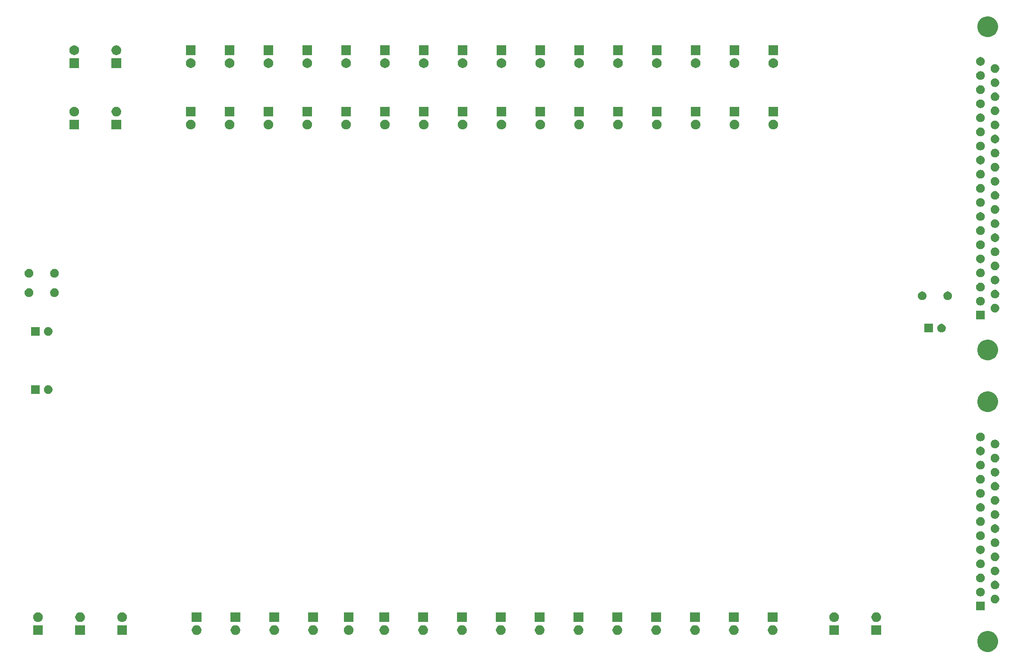
<source format=gbr>
G04 #@! TF.GenerationSoftware,KiCad,Pcbnew,5.1.5-52549c5~84~ubuntu18.04.1*
G04 #@! TF.CreationDate,2020-05-17T15:57:07-07:00*
G04 #@! TF.ProjectId,alu,616c752e-6b69-4636-9164-5f7063625858,rev?*
G04 #@! TF.SameCoordinates,Original*
G04 #@! TF.FileFunction,Soldermask,Bot*
G04 #@! TF.FilePolarity,Negative*
%FSLAX46Y46*%
G04 Gerber Fmt 4.6, Leading zero omitted, Abs format (unit mm)*
G04 Created by KiCad (PCBNEW 5.1.5-52549c5~84~ubuntu18.04.1) date 2020-05-17 15:57:07*
%MOMM*%
%LPD*%
G04 APERTURE LIST*
%ADD10C,0.100000*%
G04 APERTURE END LIST*
D10*
G36*
X248398254Y-148467818D02*
G01*
X248771511Y-148622426D01*
X248771513Y-148622427D01*
X248826947Y-148659467D01*
X249107436Y-148846884D01*
X249393116Y-149132564D01*
X249617574Y-149468489D01*
X249772182Y-149841746D01*
X249851000Y-150237993D01*
X249851000Y-150642007D01*
X249772182Y-151038254D01*
X249617574Y-151411511D01*
X249617573Y-151411513D01*
X249393116Y-151747436D01*
X249107436Y-152033116D01*
X248771513Y-152257573D01*
X248771512Y-152257574D01*
X248771511Y-152257574D01*
X248398254Y-152412182D01*
X248002007Y-152491000D01*
X247597993Y-152491000D01*
X247201746Y-152412182D01*
X246828489Y-152257574D01*
X246828488Y-152257574D01*
X246828487Y-152257573D01*
X246492564Y-152033116D01*
X246206884Y-151747436D01*
X245982427Y-151411513D01*
X245982426Y-151411511D01*
X245827818Y-151038254D01*
X245749000Y-150642007D01*
X245749000Y-150237993D01*
X245827818Y-149841746D01*
X245982426Y-149468489D01*
X246206884Y-149132564D01*
X246492564Y-148846884D01*
X246773053Y-148659467D01*
X246828487Y-148622427D01*
X246828489Y-148622426D01*
X247201746Y-148467818D01*
X247597993Y-148389000D01*
X248002007Y-148389000D01*
X248398254Y-148467818D01*
G37*
G36*
X160170395Y-147294546D02*
G01*
X160343466Y-147366234D01*
X160343467Y-147366235D01*
X160499227Y-147470310D01*
X160631690Y-147602773D01*
X160631691Y-147602775D01*
X160735766Y-147758534D01*
X160807454Y-147931605D01*
X160844000Y-148115333D01*
X160844000Y-148302667D01*
X160807454Y-148486395D01*
X160735766Y-148659466D01*
X160735765Y-148659467D01*
X160631690Y-148815227D01*
X160499227Y-148947690D01*
X160420818Y-149000081D01*
X160343466Y-149051766D01*
X160170395Y-149123454D01*
X159986667Y-149160000D01*
X159799333Y-149160000D01*
X159615605Y-149123454D01*
X159442534Y-149051766D01*
X159365182Y-149000081D01*
X159286773Y-148947690D01*
X159154310Y-148815227D01*
X159050235Y-148659467D01*
X159050234Y-148659466D01*
X158978546Y-148486395D01*
X158942000Y-148302667D01*
X158942000Y-148115333D01*
X158978546Y-147931605D01*
X159050234Y-147758534D01*
X159154309Y-147602775D01*
X159154310Y-147602773D01*
X159286773Y-147470310D01*
X159442533Y-147366235D01*
X159442534Y-147366234D01*
X159615605Y-147294546D01*
X159799333Y-147258000D01*
X159986667Y-147258000D01*
X160170395Y-147294546D01*
G37*
G36*
X218629000Y-149160000D02*
G01*
X216727000Y-149160000D01*
X216727000Y-147258000D01*
X218629000Y-147258000D01*
X218629000Y-149160000D01*
G37*
G36*
X92860395Y-147294546D02*
G01*
X93033466Y-147366234D01*
X93033467Y-147366235D01*
X93189227Y-147470310D01*
X93321690Y-147602773D01*
X93321691Y-147602775D01*
X93425766Y-147758534D01*
X93497454Y-147931605D01*
X93534000Y-148115333D01*
X93534000Y-148302667D01*
X93497454Y-148486395D01*
X93425766Y-148659466D01*
X93425765Y-148659467D01*
X93321690Y-148815227D01*
X93189227Y-148947690D01*
X93110818Y-149000081D01*
X93033466Y-149051766D01*
X92860395Y-149123454D01*
X92676667Y-149160000D01*
X92489333Y-149160000D01*
X92305605Y-149123454D01*
X92132534Y-149051766D01*
X92055182Y-149000081D01*
X91976773Y-148947690D01*
X91844310Y-148815227D01*
X91740235Y-148659467D01*
X91740234Y-148659466D01*
X91668546Y-148486395D01*
X91632000Y-148302667D01*
X91632000Y-148115333D01*
X91668546Y-147931605D01*
X91740234Y-147758534D01*
X91844309Y-147602775D01*
X91844310Y-147602773D01*
X91976773Y-147470310D01*
X92132533Y-147366235D01*
X92132534Y-147366234D01*
X92305605Y-147294546D01*
X92489333Y-147258000D01*
X92676667Y-147258000D01*
X92860395Y-147294546D01*
G37*
G36*
X100480395Y-147294546D02*
G01*
X100653466Y-147366234D01*
X100653467Y-147366235D01*
X100809227Y-147470310D01*
X100941690Y-147602773D01*
X100941691Y-147602775D01*
X101045766Y-147758534D01*
X101117454Y-147931605D01*
X101154000Y-148115333D01*
X101154000Y-148302667D01*
X101117454Y-148486395D01*
X101045766Y-148659466D01*
X101045765Y-148659467D01*
X100941690Y-148815227D01*
X100809227Y-148947690D01*
X100730818Y-149000081D01*
X100653466Y-149051766D01*
X100480395Y-149123454D01*
X100296667Y-149160000D01*
X100109333Y-149160000D01*
X99925605Y-149123454D01*
X99752534Y-149051766D01*
X99675182Y-149000081D01*
X99596773Y-148947690D01*
X99464310Y-148815227D01*
X99360235Y-148659467D01*
X99360234Y-148659466D01*
X99288546Y-148486395D01*
X99252000Y-148302667D01*
X99252000Y-148115333D01*
X99288546Y-147931605D01*
X99360234Y-147758534D01*
X99464309Y-147602775D01*
X99464310Y-147602773D01*
X99596773Y-147470310D01*
X99752533Y-147366235D01*
X99752534Y-147366234D01*
X99925605Y-147294546D01*
X100109333Y-147258000D01*
X100296667Y-147258000D01*
X100480395Y-147294546D01*
G37*
G36*
X108100395Y-147294546D02*
G01*
X108273466Y-147366234D01*
X108273467Y-147366235D01*
X108429227Y-147470310D01*
X108561690Y-147602773D01*
X108561691Y-147602775D01*
X108665766Y-147758534D01*
X108737454Y-147931605D01*
X108774000Y-148115333D01*
X108774000Y-148302667D01*
X108737454Y-148486395D01*
X108665766Y-148659466D01*
X108665765Y-148659467D01*
X108561690Y-148815227D01*
X108429227Y-148947690D01*
X108350818Y-149000081D01*
X108273466Y-149051766D01*
X108100395Y-149123454D01*
X107916667Y-149160000D01*
X107729333Y-149160000D01*
X107545605Y-149123454D01*
X107372534Y-149051766D01*
X107295182Y-149000081D01*
X107216773Y-148947690D01*
X107084310Y-148815227D01*
X106980235Y-148659467D01*
X106980234Y-148659466D01*
X106908546Y-148486395D01*
X106872000Y-148302667D01*
X106872000Y-148115333D01*
X106908546Y-147931605D01*
X106980234Y-147758534D01*
X107084309Y-147602775D01*
X107084310Y-147602773D01*
X107216773Y-147470310D01*
X107372533Y-147366235D01*
X107372534Y-147366234D01*
X107545605Y-147294546D01*
X107729333Y-147258000D01*
X107916667Y-147258000D01*
X108100395Y-147294546D01*
G37*
G36*
X115720395Y-147294546D02*
G01*
X115893466Y-147366234D01*
X115893467Y-147366235D01*
X116049227Y-147470310D01*
X116181690Y-147602773D01*
X116181691Y-147602775D01*
X116285766Y-147758534D01*
X116357454Y-147931605D01*
X116394000Y-148115333D01*
X116394000Y-148302667D01*
X116357454Y-148486395D01*
X116285766Y-148659466D01*
X116285765Y-148659467D01*
X116181690Y-148815227D01*
X116049227Y-148947690D01*
X115970818Y-149000081D01*
X115893466Y-149051766D01*
X115720395Y-149123454D01*
X115536667Y-149160000D01*
X115349333Y-149160000D01*
X115165605Y-149123454D01*
X114992534Y-149051766D01*
X114915182Y-149000081D01*
X114836773Y-148947690D01*
X114704310Y-148815227D01*
X114600235Y-148659467D01*
X114600234Y-148659466D01*
X114528546Y-148486395D01*
X114492000Y-148302667D01*
X114492000Y-148115333D01*
X114528546Y-147931605D01*
X114600234Y-147758534D01*
X114704309Y-147602775D01*
X114704310Y-147602773D01*
X114836773Y-147470310D01*
X114992533Y-147366235D01*
X114992534Y-147366234D01*
X115165605Y-147294546D01*
X115349333Y-147258000D01*
X115536667Y-147258000D01*
X115720395Y-147294546D01*
G37*
G36*
X122705395Y-147294546D02*
G01*
X122878466Y-147366234D01*
X122878467Y-147366235D01*
X123034227Y-147470310D01*
X123166690Y-147602773D01*
X123166691Y-147602775D01*
X123270766Y-147758534D01*
X123342454Y-147931605D01*
X123379000Y-148115333D01*
X123379000Y-148302667D01*
X123342454Y-148486395D01*
X123270766Y-148659466D01*
X123270765Y-148659467D01*
X123166690Y-148815227D01*
X123034227Y-148947690D01*
X122955818Y-149000081D01*
X122878466Y-149051766D01*
X122705395Y-149123454D01*
X122521667Y-149160000D01*
X122334333Y-149160000D01*
X122150605Y-149123454D01*
X121977534Y-149051766D01*
X121900182Y-149000081D01*
X121821773Y-148947690D01*
X121689310Y-148815227D01*
X121585235Y-148659467D01*
X121585234Y-148659466D01*
X121513546Y-148486395D01*
X121477000Y-148302667D01*
X121477000Y-148115333D01*
X121513546Y-147931605D01*
X121585234Y-147758534D01*
X121689309Y-147602775D01*
X121689310Y-147602773D01*
X121821773Y-147470310D01*
X121977533Y-147366235D01*
X121977534Y-147366234D01*
X122150605Y-147294546D01*
X122334333Y-147258000D01*
X122521667Y-147258000D01*
X122705395Y-147294546D01*
G37*
G36*
X129690395Y-147294546D02*
G01*
X129863466Y-147366234D01*
X129863467Y-147366235D01*
X130019227Y-147470310D01*
X130151690Y-147602773D01*
X130151691Y-147602775D01*
X130255766Y-147758534D01*
X130327454Y-147931605D01*
X130364000Y-148115333D01*
X130364000Y-148302667D01*
X130327454Y-148486395D01*
X130255766Y-148659466D01*
X130255765Y-148659467D01*
X130151690Y-148815227D01*
X130019227Y-148947690D01*
X129940818Y-149000081D01*
X129863466Y-149051766D01*
X129690395Y-149123454D01*
X129506667Y-149160000D01*
X129319333Y-149160000D01*
X129135605Y-149123454D01*
X128962534Y-149051766D01*
X128885182Y-149000081D01*
X128806773Y-148947690D01*
X128674310Y-148815227D01*
X128570235Y-148659467D01*
X128570234Y-148659466D01*
X128498546Y-148486395D01*
X128462000Y-148302667D01*
X128462000Y-148115333D01*
X128498546Y-147931605D01*
X128570234Y-147758534D01*
X128674309Y-147602775D01*
X128674310Y-147602773D01*
X128806773Y-147470310D01*
X128962533Y-147366235D01*
X128962534Y-147366234D01*
X129135605Y-147294546D01*
X129319333Y-147258000D01*
X129506667Y-147258000D01*
X129690395Y-147294546D01*
G37*
G36*
X137310395Y-147294546D02*
G01*
X137483466Y-147366234D01*
X137483467Y-147366235D01*
X137639227Y-147470310D01*
X137771690Y-147602773D01*
X137771691Y-147602775D01*
X137875766Y-147758534D01*
X137947454Y-147931605D01*
X137984000Y-148115333D01*
X137984000Y-148302667D01*
X137947454Y-148486395D01*
X137875766Y-148659466D01*
X137875765Y-148659467D01*
X137771690Y-148815227D01*
X137639227Y-148947690D01*
X137560818Y-149000081D01*
X137483466Y-149051766D01*
X137310395Y-149123454D01*
X137126667Y-149160000D01*
X136939333Y-149160000D01*
X136755605Y-149123454D01*
X136582534Y-149051766D01*
X136505182Y-149000081D01*
X136426773Y-148947690D01*
X136294310Y-148815227D01*
X136190235Y-148659467D01*
X136190234Y-148659466D01*
X136118546Y-148486395D01*
X136082000Y-148302667D01*
X136082000Y-148115333D01*
X136118546Y-147931605D01*
X136190234Y-147758534D01*
X136294309Y-147602775D01*
X136294310Y-147602773D01*
X136426773Y-147470310D01*
X136582533Y-147366235D01*
X136582534Y-147366234D01*
X136755605Y-147294546D01*
X136939333Y-147258000D01*
X137126667Y-147258000D01*
X137310395Y-147294546D01*
G37*
G36*
X144930395Y-147294546D02*
G01*
X145103466Y-147366234D01*
X145103467Y-147366235D01*
X145259227Y-147470310D01*
X145391690Y-147602773D01*
X145391691Y-147602775D01*
X145495766Y-147758534D01*
X145567454Y-147931605D01*
X145604000Y-148115333D01*
X145604000Y-148302667D01*
X145567454Y-148486395D01*
X145495766Y-148659466D01*
X145495765Y-148659467D01*
X145391690Y-148815227D01*
X145259227Y-148947690D01*
X145180818Y-149000081D01*
X145103466Y-149051766D01*
X144930395Y-149123454D01*
X144746667Y-149160000D01*
X144559333Y-149160000D01*
X144375605Y-149123454D01*
X144202534Y-149051766D01*
X144125182Y-149000081D01*
X144046773Y-148947690D01*
X143914310Y-148815227D01*
X143810235Y-148659467D01*
X143810234Y-148659466D01*
X143738546Y-148486395D01*
X143702000Y-148302667D01*
X143702000Y-148115333D01*
X143738546Y-147931605D01*
X143810234Y-147758534D01*
X143914309Y-147602775D01*
X143914310Y-147602773D01*
X144046773Y-147470310D01*
X144202533Y-147366235D01*
X144202534Y-147366234D01*
X144375605Y-147294546D01*
X144559333Y-147258000D01*
X144746667Y-147258000D01*
X144930395Y-147294546D01*
G37*
G36*
X152550395Y-147294546D02*
G01*
X152723466Y-147366234D01*
X152723467Y-147366235D01*
X152879227Y-147470310D01*
X153011690Y-147602773D01*
X153011691Y-147602775D01*
X153115766Y-147758534D01*
X153187454Y-147931605D01*
X153224000Y-148115333D01*
X153224000Y-148302667D01*
X153187454Y-148486395D01*
X153115766Y-148659466D01*
X153115765Y-148659467D01*
X153011690Y-148815227D01*
X152879227Y-148947690D01*
X152800818Y-149000081D01*
X152723466Y-149051766D01*
X152550395Y-149123454D01*
X152366667Y-149160000D01*
X152179333Y-149160000D01*
X151995605Y-149123454D01*
X151822534Y-149051766D01*
X151745182Y-149000081D01*
X151666773Y-148947690D01*
X151534310Y-148815227D01*
X151430235Y-148659467D01*
X151430234Y-148659466D01*
X151358546Y-148486395D01*
X151322000Y-148302667D01*
X151322000Y-148115333D01*
X151358546Y-147931605D01*
X151430234Y-147758534D01*
X151534309Y-147602775D01*
X151534310Y-147602773D01*
X151666773Y-147470310D01*
X151822533Y-147366235D01*
X151822534Y-147366234D01*
X151995605Y-147294546D01*
X152179333Y-147258000D01*
X152366667Y-147258000D01*
X152550395Y-147294546D01*
G37*
G36*
X167790395Y-147294546D02*
G01*
X167963466Y-147366234D01*
X167963467Y-147366235D01*
X168119227Y-147470310D01*
X168251690Y-147602773D01*
X168251691Y-147602775D01*
X168355766Y-147758534D01*
X168427454Y-147931605D01*
X168464000Y-148115333D01*
X168464000Y-148302667D01*
X168427454Y-148486395D01*
X168355766Y-148659466D01*
X168355765Y-148659467D01*
X168251690Y-148815227D01*
X168119227Y-148947690D01*
X168040818Y-149000081D01*
X167963466Y-149051766D01*
X167790395Y-149123454D01*
X167606667Y-149160000D01*
X167419333Y-149160000D01*
X167235605Y-149123454D01*
X167062534Y-149051766D01*
X166985182Y-149000081D01*
X166906773Y-148947690D01*
X166774310Y-148815227D01*
X166670235Y-148659467D01*
X166670234Y-148659466D01*
X166598546Y-148486395D01*
X166562000Y-148302667D01*
X166562000Y-148115333D01*
X166598546Y-147931605D01*
X166670234Y-147758534D01*
X166774309Y-147602775D01*
X166774310Y-147602773D01*
X166906773Y-147470310D01*
X167062533Y-147366235D01*
X167062534Y-147366234D01*
X167235605Y-147294546D01*
X167419333Y-147258000D01*
X167606667Y-147258000D01*
X167790395Y-147294546D01*
G37*
G36*
X226884000Y-149160000D02*
G01*
X224982000Y-149160000D01*
X224982000Y-147258000D01*
X226884000Y-147258000D01*
X226884000Y-149160000D01*
G37*
G36*
X62419000Y-149160000D02*
G01*
X60517000Y-149160000D01*
X60517000Y-147258000D01*
X62419000Y-147258000D01*
X62419000Y-149160000D01*
G37*
G36*
X70674000Y-149160000D02*
G01*
X68772000Y-149160000D01*
X68772000Y-147258000D01*
X70674000Y-147258000D01*
X70674000Y-149160000D01*
G37*
G36*
X78929000Y-149160000D02*
G01*
X77027000Y-149160000D01*
X77027000Y-147258000D01*
X78929000Y-147258000D01*
X78929000Y-149160000D01*
G37*
G36*
X205890395Y-147294546D02*
G01*
X206063466Y-147366234D01*
X206063467Y-147366235D01*
X206219227Y-147470310D01*
X206351690Y-147602773D01*
X206351691Y-147602775D01*
X206455766Y-147758534D01*
X206527454Y-147931605D01*
X206564000Y-148115333D01*
X206564000Y-148302667D01*
X206527454Y-148486395D01*
X206455766Y-148659466D01*
X206455765Y-148659467D01*
X206351690Y-148815227D01*
X206219227Y-148947690D01*
X206140818Y-149000081D01*
X206063466Y-149051766D01*
X205890395Y-149123454D01*
X205706667Y-149160000D01*
X205519333Y-149160000D01*
X205335605Y-149123454D01*
X205162534Y-149051766D01*
X205085182Y-149000081D01*
X205006773Y-148947690D01*
X204874310Y-148815227D01*
X204770235Y-148659467D01*
X204770234Y-148659466D01*
X204698546Y-148486395D01*
X204662000Y-148302667D01*
X204662000Y-148115333D01*
X204698546Y-147931605D01*
X204770234Y-147758534D01*
X204874309Y-147602775D01*
X204874310Y-147602773D01*
X205006773Y-147470310D01*
X205162533Y-147366235D01*
X205162534Y-147366234D01*
X205335605Y-147294546D01*
X205519333Y-147258000D01*
X205706667Y-147258000D01*
X205890395Y-147294546D01*
G37*
G36*
X190650395Y-147294546D02*
G01*
X190823466Y-147366234D01*
X190823467Y-147366235D01*
X190979227Y-147470310D01*
X191111690Y-147602773D01*
X191111691Y-147602775D01*
X191215766Y-147758534D01*
X191287454Y-147931605D01*
X191324000Y-148115333D01*
X191324000Y-148302667D01*
X191287454Y-148486395D01*
X191215766Y-148659466D01*
X191215765Y-148659467D01*
X191111690Y-148815227D01*
X190979227Y-148947690D01*
X190900818Y-149000081D01*
X190823466Y-149051766D01*
X190650395Y-149123454D01*
X190466667Y-149160000D01*
X190279333Y-149160000D01*
X190095605Y-149123454D01*
X189922534Y-149051766D01*
X189845182Y-149000081D01*
X189766773Y-148947690D01*
X189634310Y-148815227D01*
X189530235Y-148659467D01*
X189530234Y-148659466D01*
X189458546Y-148486395D01*
X189422000Y-148302667D01*
X189422000Y-148115333D01*
X189458546Y-147931605D01*
X189530234Y-147758534D01*
X189634309Y-147602775D01*
X189634310Y-147602773D01*
X189766773Y-147470310D01*
X189922533Y-147366235D01*
X189922534Y-147366234D01*
X190095605Y-147294546D01*
X190279333Y-147258000D01*
X190466667Y-147258000D01*
X190650395Y-147294546D01*
G37*
G36*
X183030395Y-147294546D02*
G01*
X183203466Y-147366234D01*
X183203467Y-147366235D01*
X183359227Y-147470310D01*
X183491690Y-147602773D01*
X183491691Y-147602775D01*
X183595766Y-147758534D01*
X183667454Y-147931605D01*
X183704000Y-148115333D01*
X183704000Y-148302667D01*
X183667454Y-148486395D01*
X183595766Y-148659466D01*
X183595765Y-148659467D01*
X183491690Y-148815227D01*
X183359227Y-148947690D01*
X183280818Y-149000081D01*
X183203466Y-149051766D01*
X183030395Y-149123454D01*
X182846667Y-149160000D01*
X182659333Y-149160000D01*
X182475605Y-149123454D01*
X182302534Y-149051766D01*
X182225182Y-149000081D01*
X182146773Y-148947690D01*
X182014310Y-148815227D01*
X181910235Y-148659467D01*
X181910234Y-148659466D01*
X181838546Y-148486395D01*
X181802000Y-148302667D01*
X181802000Y-148115333D01*
X181838546Y-147931605D01*
X181910234Y-147758534D01*
X182014309Y-147602775D01*
X182014310Y-147602773D01*
X182146773Y-147470310D01*
X182302533Y-147366235D01*
X182302534Y-147366234D01*
X182475605Y-147294546D01*
X182659333Y-147258000D01*
X182846667Y-147258000D01*
X183030395Y-147294546D01*
G37*
G36*
X175410395Y-147294546D02*
G01*
X175583466Y-147366234D01*
X175583467Y-147366235D01*
X175739227Y-147470310D01*
X175871690Y-147602773D01*
X175871691Y-147602775D01*
X175975766Y-147758534D01*
X176047454Y-147931605D01*
X176084000Y-148115333D01*
X176084000Y-148302667D01*
X176047454Y-148486395D01*
X175975766Y-148659466D01*
X175975765Y-148659467D01*
X175871690Y-148815227D01*
X175739227Y-148947690D01*
X175660818Y-149000081D01*
X175583466Y-149051766D01*
X175410395Y-149123454D01*
X175226667Y-149160000D01*
X175039333Y-149160000D01*
X174855605Y-149123454D01*
X174682534Y-149051766D01*
X174605182Y-149000081D01*
X174526773Y-148947690D01*
X174394310Y-148815227D01*
X174290235Y-148659467D01*
X174290234Y-148659466D01*
X174218546Y-148486395D01*
X174182000Y-148302667D01*
X174182000Y-148115333D01*
X174218546Y-147931605D01*
X174290234Y-147758534D01*
X174394309Y-147602775D01*
X174394310Y-147602773D01*
X174526773Y-147470310D01*
X174682533Y-147366235D01*
X174682534Y-147366234D01*
X174855605Y-147294546D01*
X175039333Y-147258000D01*
X175226667Y-147258000D01*
X175410395Y-147294546D01*
G37*
G36*
X198270395Y-147294546D02*
G01*
X198443466Y-147366234D01*
X198443467Y-147366235D01*
X198599227Y-147470310D01*
X198731690Y-147602773D01*
X198731691Y-147602775D01*
X198835766Y-147758534D01*
X198907454Y-147931605D01*
X198944000Y-148115333D01*
X198944000Y-148302667D01*
X198907454Y-148486395D01*
X198835766Y-148659466D01*
X198835765Y-148659467D01*
X198731690Y-148815227D01*
X198599227Y-148947690D01*
X198520818Y-149000081D01*
X198443466Y-149051766D01*
X198270395Y-149123454D01*
X198086667Y-149160000D01*
X197899333Y-149160000D01*
X197715605Y-149123454D01*
X197542534Y-149051766D01*
X197465182Y-149000081D01*
X197386773Y-148947690D01*
X197254310Y-148815227D01*
X197150235Y-148659467D01*
X197150234Y-148659466D01*
X197078546Y-148486395D01*
X197042000Y-148302667D01*
X197042000Y-148115333D01*
X197078546Y-147931605D01*
X197150234Y-147758534D01*
X197254309Y-147602775D01*
X197254310Y-147602773D01*
X197386773Y-147470310D01*
X197542533Y-147366235D01*
X197542534Y-147366234D01*
X197715605Y-147294546D01*
X197899333Y-147258000D01*
X198086667Y-147258000D01*
X198270395Y-147294546D01*
G37*
G36*
X137984000Y-146620000D02*
G01*
X136082000Y-146620000D01*
X136082000Y-144718000D01*
X137984000Y-144718000D01*
X137984000Y-146620000D01*
G37*
G36*
X93534000Y-146620000D02*
G01*
X91632000Y-146620000D01*
X91632000Y-144718000D01*
X93534000Y-144718000D01*
X93534000Y-146620000D01*
G37*
G36*
X101154000Y-146620000D02*
G01*
X99252000Y-146620000D01*
X99252000Y-144718000D01*
X101154000Y-144718000D01*
X101154000Y-146620000D01*
G37*
G36*
X108774000Y-146620000D02*
G01*
X106872000Y-146620000D01*
X106872000Y-144718000D01*
X108774000Y-144718000D01*
X108774000Y-146620000D01*
G37*
G36*
X116394000Y-146620000D02*
G01*
X114492000Y-146620000D01*
X114492000Y-144718000D01*
X116394000Y-144718000D01*
X116394000Y-146620000D01*
G37*
G36*
X123379000Y-146620000D02*
G01*
X121477000Y-146620000D01*
X121477000Y-144718000D01*
X123379000Y-144718000D01*
X123379000Y-146620000D01*
G37*
G36*
X130364000Y-146620000D02*
G01*
X128462000Y-146620000D01*
X128462000Y-144718000D01*
X130364000Y-144718000D01*
X130364000Y-146620000D01*
G37*
G36*
X145604000Y-146620000D02*
G01*
X143702000Y-146620000D01*
X143702000Y-144718000D01*
X145604000Y-144718000D01*
X145604000Y-146620000D01*
G37*
G36*
X153224000Y-146620000D02*
G01*
X151322000Y-146620000D01*
X151322000Y-144718000D01*
X153224000Y-144718000D01*
X153224000Y-146620000D01*
G37*
G36*
X160844000Y-146620000D02*
G01*
X158942000Y-146620000D01*
X158942000Y-144718000D01*
X160844000Y-144718000D01*
X160844000Y-146620000D01*
G37*
G36*
X176084000Y-146620000D02*
G01*
X174182000Y-146620000D01*
X174182000Y-144718000D01*
X176084000Y-144718000D01*
X176084000Y-146620000D01*
G37*
G36*
X183704000Y-146620000D02*
G01*
X181802000Y-146620000D01*
X181802000Y-144718000D01*
X183704000Y-144718000D01*
X183704000Y-146620000D01*
G37*
G36*
X70000395Y-144754546D02*
G01*
X70173466Y-144826234D01*
X70173467Y-144826235D01*
X70329227Y-144930310D01*
X70461690Y-145062773D01*
X70461691Y-145062775D01*
X70565766Y-145218534D01*
X70637454Y-145391605D01*
X70674000Y-145575333D01*
X70674000Y-145762667D01*
X70637454Y-145946395D01*
X70565766Y-146119466D01*
X70565765Y-146119467D01*
X70461690Y-146275227D01*
X70329227Y-146407690D01*
X70250818Y-146460081D01*
X70173466Y-146511766D01*
X70000395Y-146583454D01*
X69816667Y-146620000D01*
X69629333Y-146620000D01*
X69445605Y-146583454D01*
X69272534Y-146511766D01*
X69195182Y-146460081D01*
X69116773Y-146407690D01*
X68984310Y-146275227D01*
X68880235Y-146119467D01*
X68880234Y-146119466D01*
X68808546Y-145946395D01*
X68772000Y-145762667D01*
X68772000Y-145575333D01*
X68808546Y-145391605D01*
X68880234Y-145218534D01*
X68984309Y-145062775D01*
X68984310Y-145062773D01*
X69116773Y-144930310D01*
X69272533Y-144826235D01*
X69272534Y-144826234D01*
X69445605Y-144754546D01*
X69629333Y-144718000D01*
X69816667Y-144718000D01*
X70000395Y-144754546D01*
G37*
G36*
X217955395Y-144754546D02*
G01*
X218128466Y-144826234D01*
X218128467Y-144826235D01*
X218284227Y-144930310D01*
X218416690Y-145062773D01*
X218416691Y-145062775D01*
X218520766Y-145218534D01*
X218592454Y-145391605D01*
X218629000Y-145575333D01*
X218629000Y-145762667D01*
X218592454Y-145946395D01*
X218520766Y-146119466D01*
X218520765Y-146119467D01*
X218416690Y-146275227D01*
X218284227Y-146407690D01*
X218205818Y-146460081D01*
X218128466Y-146511766D01*
X217955395Y-146583454D01*
X217771667Y-146620000D01*
X217584333Y-146620000D01*
X217400605Y-146583454D01*
X217227534Y-146511766D01*
X217150182Y-146460081D01*
X217071773Y-146407690D01*
X216939310Y-146275227D01*
X216835235Y-146119467D01*
X216835234Y-146119466D01*
X216763546Y-145946395D01*
X216727000Y-145762667D01*
X216727000Y-145575333D01*
X216763546Y-145391605D01*
X216835234Y-145218534D01*
X216939309Y-145062775D01*
X216939310Y-145062773D01*
X217071773Y-144930310D01*
X217227533Y-144826235D01*
X217227534Y-144826234D01*
X217400605Y-144754546D01*
X217584333Y-144718000D01*
X217771667Y-144718000D01*
X217955395Y-144754546D01*
G37*
G36*
X78255395Y-144754546D02*
G01*
X78428466Y-144826234D01*
X78428467Y-144826235D01*
X78584227Y-144930310D01*
X78716690Y-145062773D01*
X78716691Y-145062775D01*
X78820766Y-145218534D01*
X78892454Y-145391605D01*
X78929000Y-145575333D01*
X78929000Y-145762667D01*
X78892454Y-145946395D01*
X78820766Y-146119466D01*
X78820765Y-146119467D01*
X78716690Y-146275227D01*
X78584227Y-146407690D01*
X78505818Y-146460081D01*
X78428466Y-146511766D01*
X78255395Y-146583454D01*
X78071667Y-146620000D01*
X77884333Y-146620000D01*
X77700605Y-146583454D01*
X77527534Y-146511766D01*
X77450182Y-146460081D01*
X77371773Y-146407690D01*
X77239310Y-146275227D01*
X77135235Y-146119467D01*
X77135234Y-146119466D01*
X77063546Y-145946395D01*
X77027000Y-145762667D01*
X77027000Y-145575333D01*
X77063546Y-145391605D01*
X77135234Y-145218534D01*
X77239309Y-145062775D01*
X77239310Y-145062773D01*
X77371773Y-144930310D01*
X77527533Y-144826235D01*
X77527534Y-144826234D01*
X77700605Y-144754546D01*
X77884333Y-144718000D01*
X78071667Y-144718000D01*
X78255395Y-144754546D01*
G37*
G36*
X206564000Y-146620000D02*
G01*
X204662000Y-146620000D01*
X204662000Y-144718000D01*
X206564000Y-144718000D01*
X206564000Y-146620000D01*
G37*
G36*
X191324000Y-146620000D02*
G01*
X189422000Y-146620000D01*
X189422000Y-144718000D01*
X191324000Y-144718000D01*
X191324000Y-146620000D01*
G37*
G36*
X226210395Y-144754546D02*
G01*
X226383466Y-144826234D01*
X226383467Y-144826235D01*
X226539227Y-144930310D01*
X226671690Y-145062773D01*
X226671691Y-145062775D01*
X226775766Y-145218534D01*
X226847454Y-145391605D01*
X226884000Y-145575333D01*
X226884000Y-145762667D01*
X226847454Y-145946395D01*
X226775766Y-146119466D01*
X226775765Y-146119467D01*
X226671690Y-146275227D01*
X226539227Y-146407690D01*
X226460818Y-146460081D01*
X226383466Y-146511766D01*
X226210395Y-146583454D01*
X226026667Y-146620000D01*
X225839333Y-146620000D01*
X225655605Y-146583454D01*
X225482534Y-146511766D01*
X225405182Y-146460081D01*
X225326773Y-146407690D01*
X225194310Y-146275227D01*
X225090235Y-146119467D01*
X225090234Y-146119466D01*
X225018546Y-145946395D01*
X224982000Y-145762667D01*
X224982000Y-145575333D01*
X225018546Y-145391605D01*
X225090234Y-145218534D01*
X225194309Y-145062775D01*
X225194310Y-145062773D01*
X225326773Y-144930310D01*
X225482533Y-144826235D01*
X225482534Y-144826234D01*
X225655605Y-144754546D01*
X225839333Y-144718000D01*
X226026667Y-144718000D01*
X226210395Y-144754546D01*
G37*
G36*
X198944000Y-146620000D02*
G01*
X197042000Y-146620000D01*
X197042000Y-144718000D01*
X198944000Y-144718000D01*
X198944000Y-146620000D01*
G37*
G36*
X61745395Y-144754546D02*
G01*
X61918466Y-144826234D01*
X61918467Y-144826235D01*
X62074227Y-144930310D01*
X62206690Y-145062773D01*
X62206691Y-145062775D01*
X62310766Y-145218534D01*
X62382454Y-145391605D01*
X62419000Y-145575333D01*
X62419000Y-145762667D01*
X62382454Y-145946395D01*
X62310766Y-146119466D01*
X62310765Y-146119467D01*
X62206690Y-146275227D01*
X62074227Y-146407690D01*
X61995818Y-146460081D01*
X61918466Y-146511766D01*
X61745395Y-146583454D01*
X61561667Y-146620000D01*
X61374333Y-146620000D01*
X61190605Y-146583454D01*
X61017534Y-146511766D01*
X60940182Y-146460081D01*
X60861773Y-146407690D01*
X60729310Y-146275227D01*
X60625235Y-146119467D01*
X60625234Y-146119466D01*
X60553546Y-145946395D01*
X60517000Y-145762667D01*
X60517000Y-145575333D01*
X60553546Y-145391605D01*
X60625234Y-145218534D01*
X60729309Y-145062775D01*
X60729310Y-145062773D01*
X60861773Y-144930310D01*
X61017533Y-144826235D01*
X61017534Y-144826234D01*
X61190605Y-144754546D01*
X61374333Y-144718000D01*
X61561667Y-144718000D01*
X61745395Y-144754546D01*
G37*
G36*
X168464000Y-146620000D02*
G01*
X166562000Y-146620000D01*
X166562000Y-144718000D01*
X168464000Y-144718000D01*
X168464000Y-146620000D01*
G37*
G36*
X247231000Y-144361000D02*
G01*
X245529000Y-144361000D01*
X245529000Y-142659000D01*
X247231000Y-142659000D01*
X247231000Y-144361000D01*
G37*
G36*
X249468228Y-141306703D02*
G01*
X249623100Y-141370853D01*
X249762481Y-141463985D01*
X249881015Y-141582519D01*
X249974147Y-141721900D01*
X250038297Y-141876772D01*
X250071000Y-142041184D01*
X250071000Y-142208816D01*
X250038297Y-142373228D01*
X249974147Y-142528100D01*
X249881015Y-142667481D01*
X249762481Y-142786015D01*
X249623100Y-142879147D01*
X249468228Y-142943297D01*
X249303816Y-142976000D01*
X249136184Y-142976000D01*
X248971772Y-142943297D01*
X248816900Y-142879147D01*
X248677519Y-142786015D01*
X248558985Y-142667481D01*
X248465853Y-142528100D01*
X248401703Y-142373228D01*
X248369000Y-142208816D01*
X248369000Y-142041184D01*
X248401703Y-141876772D01*
X248465853Y-141721900D01*
X248558985Y-141582519D01*
X248677519Y-141463985D01*
X248816900Y-141370853D01*
X248971772Y-141306703D01*
X249136184Y-141274000D01*
X249303816Y-141274000D01*
X249468228Y-141306703D01*
G37*
G36*
X246628228Y-139921703D02*
G01*
X246783100Y-139985853D01*
X246922481Y-140078985D01*
X247041015Y-140197519D01*
X247134147Y-140336900D01*
X247198297Y-140491772D01*
X247231000Y-140656184D01*
X247231000Y-140823816D01*
X247198297Y-140988228D01*
X247134147Y-141143100D01*
X247041015Y-141282481D01*
X246922481Y-141401015D01*
X246783100Y-141494147D01*
X246628228Y-141558297D01*
X246463816Y-141591000D01*
X246296184Y-141591000D01*
X246131772Y-141558297D01*
X245976900Y-141494147D01*
X245837519Y-141401015D01*
X245718985Y-141282481D01*
X245625853Y-141143100D01*
X245561703Y-140988228D01*
X245529000Y-140823816D01*
X245529000Y-140656184D01*
X245561703Y-140491772D01*
X245625853Y-140336900D01*
X245718985Y-140197519D01*
X245837519Y-140078985D01*
X245976900Y-139985853D01*
X246131772Y-139921703D01*
X246296184Y-139889000D01*
X246463816Y-139889000D01*
X246628228Y-139921703D01*
G37*
G36*
X249468228Y-138536703D02*
G01*
X249623100Y-138600853D01*
X249762481Y-138693985D01*
X249881015Y-138812519D01*
X249974147Y-138951900D01*
X250038297Y-139106772D01*
X250071000Y-139271184D01*
X250071000Y-139438816D01*
X250038297Y-139603228D01*
X249974147Y-139758100D01*
X249881015Y-139897481D01*
X249762481Y-140016015D01*
X249623100Y-140109147D01*
X249468228Y-140173297D01*
X249303816Y-140206000D01*
X249136184Y-140206000D01*
X248971772Y-140173297D01*
X248816900Y-140109147D01*
X248677519Y-140016015D01*
X248558985Y-139897481D01*
X248465853Y-139758100D01*
X248401703Y-139603228D01*
X248369000Y-139438816D01*
X248369000Y-139271184D01*
X248401703Y-139106772D01*
X248465853Y-138951900D01*
X248558985Y-138812519D01*
X248677519Y-138693985D01*
X248816900Y-138600853D01*
X248971772Y-138536703D01*
X249136184Y-138504000D01*
X249303816Y-138504000D01*
X249468228Y-138536703D01*
G37*
G36*
X246628228Y-137151703D02*
G01*
X246783100Y-137215853D01*
X246922481Y-137308985D01*
X247041015Y-137427519D01*
X247134147Y-137566900D01*
X247198297Y-137721772D01*
X247231000Y-137886184D01*
X247231000Y-138053816D01*
X247198297Y-138218228D01*
X247134147Y-138373100D01*
X247041015Y-138512481D01*
X246922481Y-138631015D01*
X246783100Y-138724147D01*
X246628228Y-138788297D01*
X246463816Y-138821000D01*
X246296184Y-138821000D01*
X246131772Y-138788297D01*
X245976900Y-138724147D01*
X245837519Y-138631015D01*
X245718985Y-138512481D01*
X245625853Y-138373100D01*
X245561703Y-138218228D01*
X245529000Y-138053816D01*
X245529000Y-137886184D01*
X245561703Y-137721772D01*
X245625853Y-137566900D01*
X245718985Y-137427519D01*
X245837519Y-137308985D01*
X245976900Y-137215853D01*
X246131772Y-137151703D01*
X246296184Y-137119000D01*
X246463816Y-137119000D01*
X246628228Y-137151703D01*
G37*
G36*
X249468228Y-135766703D02*
G01*
X249623100Y-135830853D01*
X249762481Y-135923985D01*
X249881015Y-136042519D01*
X249974147Y-136181900D01*
X250038297Y-136336772D01*
X250071000Y-136501184D01*
X250071000Y-136668816D01*
X250038297Y-136833228D01*
X249974147Y-136988100D01*
X249881015Y-137127481D01*
X249762481Y-137246015D01*
X249623100Y-137339147D01*
X249468228Y-137403297D01*
X249303816Y-137436000D01*
X249136184Y-137436000D01*
X248971772Y-137403297D01*
X248816900Y-137339147D01*
X248677519Y-137246015D01*
X248558985Y-137127481D01*
X248465853Y-136988100D01*
X248401703Y-136833228D01*
X248369000Y-136668816D01*
X248369000Y-136501184D01*
X248401703Y-136336772D01*
X248465853Y-136181900D01*
X248558985Y-136042519D01*
X248677519Y-135923985D01*
X248816900Y-135830853D01*
X248971772Y-135766703D01*
X249136184Y-135734000D01*
X249303816Y-135734000D01*
X249468228Y-135766703D01*
G37*
G36*
X246628228Y-134381703D02*
G01*
X246783100Y-134445853D01*
X246922481Y-134538985D01*
X247041015Y-134657519D01*
X247134147Y-134796900D01*
X247198297Y-134951772D01*
X247231000Y-135116184D01*
X247231000Y-135283816D01*
X247198297Y-135448228D01*
X247134147Y-135603100D01*
X247041015Y-135742481D01*
X246922481Y-135861015D01*
X246783100Y-135954147D01*
X246628228Y-136018297D01*
X246463816Y-136051000D01*
X246296184Y-136051000D01*
X246131772Y-136018297D01*
X245976900Y-135954147D01*
X245837519Y-135861015D01*
X245718985Y-135742481D01*
X245625853Y-135603100D01*
X245561703Y-135448228D01*
X245529000Y-135283816D01*
X245529000Y-135116184D01*
X245561703Y-134951772D01*
X245625853Y-134796900D01*
X245718985Y-134657519D01*
X245837519Y-134538985D01*
X245976900Y-134445853D01*
X246131772Y-134381703D01*
X246296184Y-134349000D01*
X246463816Y-134349000D01*
X246628228Y-134381703D01*
G37*
G36*
X249468228Y-132996703D02*
G01*
X249623100Y-133060853D01*
X249762481Y-133153985D01*
X249881015Y-133272519D01*
X249974147Y-133411900D01*
X250038297Y-133566772D01*
X250071000Y-133731184D01*
X250071000Y-133898816D01*
X250038297Y-134063228D01*
X249974147Y-134218100D01*
X249881015Y-134357481D01*
X249762481Y-134476015D01*
X249623100Y-134569147D01*
X249468228Y-134633297D01*
X249303816Y-134666000D01*
X249136184Y-134666000D01*
X248971772Y-134633297D01*
X248816900Y-134569147D01*
X248677519Y-134476015D01*
X248558985Y-134357481D01*
X248465853Y-134218100D01*
X248401703Y-134063228D01*
X248369000Y-133898816D01*
X248369000Y-133731184D01*
X248401703Y-133566772D01*
X248465853Y-133411900D01*
X248558985Y-133272519D01*
X248677519Y-133153985D01*
X248816900Y-133060853D01*
X248971772Y-132996703D01*
X249136184Y-132964000D01*
X249303816Y-132964000D01*
X249468228Y-132996703D01*
G37*
G36*
X246628228Y-131611703D02*
G01*
X246783100Y-131675853D01*
X246922481Y-131768985D01*
X247041015Y-131887519D01*
X247134147Y-132026900D01*
X247198297Y-132181772D01*
X247231000Y-132346184D01*
X247231000Y-132513816D01*
X247198297Y-132678228D01*
X247134147Y-132833100D01*
X247041015Y-132972481D01*
X246922481Y-133091015D01*
X246783100Y-133184147D01*
X246628228Y-133248297D01*
X246463816Y-133281000D01*
X246296184Y-133281000D01*
X246131772Y-133248297D01*
X245976900Y-133184147D01*
X245837519Y-133091015D01*
X245718985Y-132972481D01*
X245625853Y-132833100D01*
X245561703Y-132678228D01*
X245529000Y-132513816D01*
X245529000Y-132346184D01*
X245561703Y-132181772D01*
X245625853Y-132026900D01*
X245718985Y-131887519D01*
X245837519Y-131768985D01*
X245976900Y-131675853D01*
X246131772Y-131611703D01*
X246296184Y-131579000D01*
X246463816Y-131579000D01*
X246628228Y-131611703D01*
G37*
G36*
X249468228Y-130226703D02*
G01*
X249623100Y-130290853D01*
X249762481Y-130383985D01*
X249881015Y-130502519D01*
X249974147Y-130641900D01*
X250038297Y-130796772D01*
X250071000Y-130961184D01*
X250071000Y-131128816D01*
X250038297Y-131293228D01*
X249974147Y-131448100D01*
X249881015Y-131587481D01*
X249762481Y-131706015D01*
X249623100Y-131799147D01*
X249468228Y-131863297D01*
X249303816Y-131896000D01*
X249136184Y-131896000D01*
X248971772Y-131863297D01*
X248816900Y-131799147D01*
X248677519Y-131706015D01*
X248558985Y-131587481D01*
X248465853Y-131448100D01*
X248401703Y-131293228D01*
X248369000Y-131128816D01*
X248369000Y-130961184D01*
X248401703Y-130796772D01*
X248465853Y-130641900D01*
X248558985Y-130502519D01*
X248677519Y-130383985D01*
X248816900Y-130290853D01*
X248971772Y-130226703D01*
X249136184Y-130194000D01*
X249303816Y-130194000D01*
X249468228Y-130226703D01*
G37*
G36*
X246628228Y-128841703D02*
G01*
X246783100Y-128905853D01*
X246922481Y-128998985D01*
X247041015Y-129117519D01*
X247134147Y-129256900D01*
X247198297Y-129411772D01*
X247231000Y-129576184D01*
X247231000Y-129743816D01*
X247198297Y-129908228D01*
X247134147Y-130063100D01*
X247041015Y-130202481D01*
X246922481Y-130321015D01*
X246783100Y-130414147D01*
X246628228Y-130478297D01*
X246463816Y-130511000D01*
X246296184Y-130511000D01*
X246131772Y-130478297D01*
X245976900Y-130414147D01*
X245837519Y-130321015D01*
X245718985Y-130202481D01*
X245625853Y-130063100D01*
X245561703Y-129908228D01*
X245529000Y-129743816D01*
X245529000Y-129576184D01*
X245561703Y-129411772D01*
X245625853Y-129256900D01*
X245718985Y-129117519D01*
X245837519Y-128998985D01*
X245976900Y-128905853D01*
X246131772Y-128841703D01*
X246296184Y-128809000D01*
X246463816Y-128809000D01*
X246628228Y-128841703D01*
G37*
G36*
X249468228Y-127456703D02*
G01*
X249623100Y-127520853D01*
X249762481Y-127613985D01*
X249881015Y-127732519D01*
X249974147Y-127871900D01*
X250038297Y-128026772D01*
X250071000Y-128191184D01*
X250071000Y-128358816D01*
X250038297Y-128523228D01*
X249974147Y-128678100D01*
X249881015Y-128817481D01*
X249762481Y-128936015D01*
X249623100Y-129029147D01*
X249468228Y-129093297D01*
X249303816Y-129126000D01*
X249136184Y-129126000D01*
X248971772Y-129093297D01*
X248816900Y-129029147D01*
X248677519Y-128936015D01*
X248558985Y-128817481D01*
X248465853Y-128678100D01*
X248401703Y-128523228D01*
X248369000Y-128358816D01*
X248369000Y-128191184D01*
X248401703Y-128026772D01*
X248465853Y-127871900D01*
X248558985Y-127732519D01*
X248677519Y-127613985D01*
X248816900Y-127520853D01*
X248971772Y-127456703D01*
X249136184Y-127424000D01*
X249303816Y-127424000D01*
X249468228Y-127456703D01*
G37*
G36*
X246628228Y-126071703D02*
G01*
X246783100Y-126135853D01*
X246922481Y-126228985D01*
X247041015Y-126347519D01*
X247134147Y-126486900D01*
X247198297Y-126641772D01*
X247231000Y-126806184D01*
X247231000Y-126973816D01*
X247198297Y-127138228D01*
X247134147Y-127293100D01*
X247041015Y-127432481D01*
X246922481Y-127551015D01*
X246783100Y-127644147D01*
X246628228Y-127708297D01*
X246463816Y-127741000D01*
X246296184Y-127741000D01*
X246131772Y-127708297D01*
X245976900Y-127644147D01*
X245837519Y-127551015D01*
X245718985Y-127432481D01*
X245625853Y-127293100D01*
X245561703Y-127138228D01*
X245529000Y-126973816D01*
X245529000Y-126806184D01*
X245561703Y-126641772D01*
X245625853Y-126486900D01*
X245718985Y-126347519D01*
X245837519Y-126228985D01*
X245976900Y-126135853D01*
X246131772Y-126071703D01*
X246296184Y-126039000D01*
X246463816Y-126039000D01*
X246628228Y-126071703D01*
G37*
G36*
X249468228Y-124686703D02*
G01*
X249623100Y-124750853D01*
X249762481Y-124843985D01*
X249881015Y-124962519D01*
X249974147Y-125101900D01*
X250038297Y-125256772D01*
X250071000Y-125421184D01*
X250071000Y-125588816D01*
X250038297Y-125753228D01*
X249974147Y-125908100D01*
X249881015Y-126047481D01*
X249762481Y-126166015D01*
X249623100Y-126259147D01*
X249468228Y-126323297D01*
X249303816Y-126356000D01*
X249136184Y-126356000D01*
X248971772Y-126323297D01*
X248816900Y-126259147D01*
X248677519Y-126166015D01*
X248558985Y-126047481D01*
X248465853Y-125908100D01*
X248401703Y-125753228D01*
X248369000Y-125588816D01*
X248369000Y-125421184D01*
X248401703Y-125256772D01*
X248465853Y-125101900D01*
X248558985Y-124962519D01*
X248677519Y-124843985D01*
X248816900Y-124750853D01*
X248971772Y-124686703D01*
X249136184Y-124654000D01*
X249303816Y-124654000D01*
X249468228Y-124686703D01*
G37*
G36*
X246628228Y-123301703D02*
G01*
X246783100Y-123365853D01*
X246922481Y-123458985D01*
X247041015Y-123577519D01*
X247134147Y-123716900D01*
X247198297Y-123871772D01*
X247231000Y-124036184D01*
X247231000Y-124203816D01*
X247198297Y-124368228D01*
X247134147Y-124523100D01*
X247041015Y-124662481D01*
X246922481Y-124781015D01*
X246783100Y-124874147D01*
X246628228Y-124938297D01*
X246463816Y-124971000D01*
X246296184Y-124971000D01*
X246131772Y-124938297D01*
X245976900Y-124874147D01*
X245837519Y-124781015D01*
X245718985Y-124662481D01*
X245625853Y-124523100D01*
X245561703Y-124368228D01*
X245529000Y-124203816D01*
X245529000Y-124036184D01*
X245561703Y-123871772D01*
X245625853Y-123716900D01*
X245718985Y-123577519D01*
X245837519Y-123458985D01*
X245976900Y-123365853D01*
X246131772Y-123301703D01*
X246296184Y-123269000D01*
X246463816Y-123269000D01*
X246628228Y-123301703D01*
G37*
G36*
X249468228Y-121916703D02*
G01*
X249623100Y-121980853D01*
X249762481Y-122073985D01*
X249881015Y-122192519D01*
X249974147Y-122331900D01*
X250038297Y-122486772D01*
X250071000Y-122651184D01*
X250071000Y-122818816D01*
X250038297Y-122983228D01*
X249974147Y-123138100D01*
X249881015Y-123277481D01*
X249762481Y-123396015D01*
X249623100Y-123489147D01*
X249468228Y-123553297D01*
X249303816Y-123586000D01*
X249136184Y-123586000D01*
X248971772Y-123553297D01*
X248816900Y-123489147D01*
X248677519Y-123396015D01*
X248558985Y-123277481D01*
X248465853Y-123138100D01*
X248401703Y-122983228D01*
X248369000Y-122818816D01*
X248369000Y-122651184D01*
X248401703Y-122486772D01*
X248465853Y-122331900D01*
X248558985Y-122192519D01*
X248677519Y-122073985D01*
X248816900Y-121980853D01*
X248971772Y-121916703D01*
X249136184Y-121884000D01*
X249303816Y-121884000D01*
X249468228Y-121916703D01*
G37*
G36*
X246628228Y-120531703D02*
G01*
X246783100Y-120595853D01*
X246922481Y-120688985D01*
X247041015Y-120807519D01*
X247134147Y-120946900D01*
X247198297Y-121101772D01*
X247231000Y-121266184D01*
X247231000Y-121433816D01*
X247198297Y-121598228D01*
X247134147Y-121753100D01*
X247041015Y-121892481D01*
X246922481Y-122011015D01*
X246783100Y-122104147D01*
X246628228Y-122168297D01*
X246463816Y-122201000D01*
X246296184Y-122201000D01*
X246131772Y-122168297D01*
X245976900Y-122104147D01*
X245837519Y-122011015D01*
X245718985Y-121892481D01*
X245625853Y-121753100D01*
X245561703Y-121598228D01*
X245529000Y-121433816D01*
X245529000Y-121266184D01*
X245561703Y-121101772D01*
X245625853Y-120946900D01*
X245718985Y-120807519D01*
X245837519Y-120688985D01*
X245976900Y-120595853D01*
X246131772Y-120531703D01*
X246296184Y-120499000D01*
X246463816Y-120499000D01*
X246628228Y-120531703D01*
G37*
G36*
X249468228Y-119146703D02*
G01*
X249623100Y-119210853D01*
X249762481Y-119303985D01*
X249881015Y-119422519D01*
X249974147Y-119561900D01*
X250038297Y-119716772D01*
X250071000Y-119881184D01*
X250071000Y-120048816D01*
X250038297Y-120213228D01*
X249974147Y-120368100D01*
X249881015Y-120507481D01*
X249762481Y-120626015D01*
X249623100Y-120719147D01*
X249468228Y-120783297D01*
X249303816Y-120816000D01*
X249136184Y-120816000D01*
X248971772Y-120783297D01*
X248816900Y-120719147D01*
X248677519Y-120626015D01*
X248558985Y-120507481D01*
X248465853Y-120368100D01*
X248401703Y-120213228D01*
X248369000Y-120048816D01*
X248369000Y-119881184D01*
X248401703Y-119716772D01*
X248465853Y-119561900D01*
X248558985Y-119422519D01*
X248677519Y-119303985D01*
X248816900Y-119210853D01*
X248971772Y-119146703D01*
X249136184Y-119114000D01*
X249303816Y-119114000D01*
X249468228Y-119146703D01*
G37*
G36*
X246628228Y-117761703D02*
G01*
X246783100Y-117825853D01*
X246922481Y-117918985D01*
X247041015Y-118037519D01*
X247134147Y-118176900D01*
X247198297Y-118331772D01*
X247231000Y-118496184D01*
X247231000Y-118663816D01*
X247198297Y-118828228D01*
X247134147Y-118983100D01*
X247041015Y-119122481D01*
X246922481Y-119241015D01*
X246783100Y-119334147D01*
X246628228Y-119398297D01*
X246463816Y-119431000D01*
X246296184Y-119431000D01*
X246131772Y-119398297D01*
X245976900Y-119334147D01*
X245837519Y-119241015D01*
X245718985Y-119122481D01*
X245625853Y-118983100D01*
X245561703Y-118828228D01*
X245529000Y-118663816D01*
X245529000Y-118496184D01*
X245561703Y-118331772D01*
X245625853Y-118176900D01*
X245718985Y-118037519D01*
X245837519Y-117918985D01*
X245976900Y-117825853D01*
X246131772Y-117761703D01*
X246296184Y-117729000D01*
X246463816Y-117729000D01*
X246628228Y-117761703D01*
G37*
G36*
X249468228Y-116376703D02*
G01*
X249623100Y-116440853D01*
X249762481Y-116533985D01*
X249881015Y-116652519D01*
X249974147Y-116791900D01*
X250038297Y-116946772D01*
X250071000Y-117111184D01*
X250071000Y-117278816D01*
X250038297Y-117443228D01*
X249974147Y-117598100D01*
X249881015Y-117737481D01*
X249762481Y-117856015D01*
X249623100Y-117949147D01*
X249468228Y-118013297D01*
X249303816Y-118046000D01*
X249136184Y-118046000D01*
X248971772Y-118013297D01*
X248816900Y-117949147D01*
X248677519Y-117856015D01*
X248558985Y-117737481D01*
X248465853Y-117598100D01*
X248401703Y-117443228D01*
X248369000Y-117278816D01*
X248369000Y-117111184D01*
X248401703Y-116946772D01*
X248465853Y-116791900D01*
X248558985Y-116652519D01*
X248677519Y-116533985D01*
X248816900Y-116440853D01*
X248971772Y-116376703D01*
X249136184Y-116344000D01*
X249303816Y-116344000D01*
X249468228Y-116376703D01*
G37*
G36*
X246628228Y-114991703D02*
G01*
X246783100Y-115055853D01*
X246922481Y-115148985D01*
X247041015Y-115267519D01*
X247134147Y-115406900D01*
X247198297Y-115561772D01*
X247231000Y-115726184D01*
X247231000Y-115893816D01*
X247198297Y-116058228D01*
X247134147Y-116213100D01*
X247041015Y-116352481D01*
X246922481Y-116471015D01*
X246783100Y-116564147D01*
X246628228Y-116628297D01*
X246463816Y-116661000D01*
X246296184Y-116661000D01*
X246131772Y-116628297D01*
X245976900Y-116564147D01*
X245837519Y-116471015D01*
X245718985Y-116352481D01*
X245625853Y-116213100D01*
X245561703Y-116058228D01*
X245529000Y-115893816D01*
X245529000Y-115726184D01*
X245561703Y-115561772D01*
X245625853Y-115406900D01*
X245718985Y-115267519D01*
X245837519Y-115148985D01*
X245976900Y-115055853D01*
X246131772Y-114991703D01*
X246296184Y-114959000D01*
X246463816Y-114959000D01*
X246628228Y-114991703D01*
G37*
G36*
X249468228Y-113606703D02*
G01*
X249623100Y-113670853D01*
X249762481Y-113763985D01*
X249881015Y-113882519D01*
X249974147Y-114021900D01*
X250038297Y-114176772D01*
X250071000Y-114341184D01*
X250071000Y-114508816D01*
X250038297Y-114673228D01*
X249974147Y-114828100D01*
X249881015Y-114967481D01*
X249762481Y-115086015D01*
X249623100Y-115179147D01*
X249468228Y-115243297D01*
X249303816Y-115276000D01*
X249136184Y-115276000D01*
X248971772Y-115243297D01*
X248816900Y-115179147D01*
X248677519Y-115086015D01*
X248558985Y-114967481D01*
X248465853Y-114828100D01*
X248401703Y-114673228D01*
X248369000Y-114508816D01*
X248369000Y-114341184D01*
X248401703Y-114176772D01*
X248465853Y-114021900D01*
X248558985Y-113882519D01*
X248677519Y-113763985D01*
X248816900Y-113670853D01*
X248971772Y-113606703D01*
X249136184Y-113574000D01*
X249303816Y-113574000D01*
X249468228Y-113606703D01*
G37*
G36*
X246628228Y-112221703D02*
G01*
X246783100Y-112285853D01*
X246922481Y-112378985D01*
X247041015Y-112497519D01*
X247134147Y-112636900D01*
X247198297Y-112791772D01*
X247231000Y-112956184D01*
X247231000Y-113123816D01*
X247198297Y-113288228D01*
X247134147Y-113443100D01*
X247041015Y-113582481D01*
X246922481Y-113701015D01*
X246783100Y-113794147D01*
X246628228Y-113858297D01*
X246463816Y-113891000D01*
X246296184Y-113891000D01*
X246131772Y-113858297D01*
X245976900Y-113794147D01*
X245837519Y-113701015D01*
X245718985Y-113582481D01*
X245625853Y-113443100D01*
X245561703Y-113288228D01*
X245529000Y-113123816D01*
X245529000Y-112956184D01*
X245561703Y-112791772D01*
X245625853Y-112636900D01*
X245718985Y-112497519D01*
X245837519Y-112378985D01*
X245976900Y-112285853D01*
X246131772Y-112221703D01*
X246296184Y-112189000D01*
X246463816Y-112189000D01*
X246628228Y-112221703D01*
G37*
G36*
X249468228Y-110836703D02*
G01*
X249623100Y-110900853D01*
X249762481Y-110993985D01*
X249881015Y-111112519D01*
X249974147Y-111251900D01*
X250038297Y-111406772D01*
X250071000Y-111571184D01*
X250071000Y-111738816D01*
X250038297Y-111903228D01*
X249974147Y-112058100D01*
X249881015Y-112197481D01*
X249762481Y-112316015D01*
X249623100Y-112409147D01*
X249468228Y-112473297D01*
X249303816Y-112506000D01*
X249136184Y-112506000D01*
X248971772Y-112473297D01*
X248816900Y-112409147D01*
X248677519Y-112316015D01*
X248558985Y-112197481D01*
X248465853Y-112058100D01*
X248401703Y-111903228D01*
X248369000Y-111738816D01*
X248369000Y-111571184D01*
X248401703Y-111406772D01*
X248465853Y-111251900D01*
X248558985Y-111112519D01*
X248677519Y-110993985D01*
X248816900Y-110900853D01*
X248971772Y-110836703D01*
X249136184Y-110804000D01*
X249303816Y-110804000D01*
X249468228Y-110836703D01*
G37*
G36*
X246628228Y-109451703D02*
G01*
X246783100Y-109515853D01*
X246922481Y-109608985D01*
X247041015Y-109727519D01*
X247134147Y-109866900D01*
X247198297Y-110021772D01*
X247231000Y-110186184D01*
X247231000Y-110353816D01*
X247198297Y-110518228D01*
X247134147Y-110673100D01*
X247041015Y-110812481D01*
X246922481Y-110931015D01*
X246783100Y-111024147D01*
X246628228Y-111088297D01*
X246463816Y-111121000D01*
X246296184Y-111121000D01*
X246131772Y-111088297D01*
X245976900Y-111024147D01*
X245837519Y-110931015D01*
X245718985Y-110812481D01*
X245625853Y-110673100D01*
X245561703Y-110518228D01*
X245529000Y-110353816D01*
X245529000Y-110186184D01*
X245561703Y-110021772D01*
X245625853Y-109866900D01*
X245718985Y-109727519D01*
X245837519Y-109608985D01*
X245976900Y-109515853D01*
X246131772Y-109451703D01*
X246296184Y-109419000D01*
X246463816Y-109419000D01*
X246628228Y-109451703D01*
G37*
G36*
X248398254Y-101367818D02*
G01*
X248771511Y-101522426D01*
X248771513Y-101522427D01*
X248926543Y-101626015D01*
X249107436Y-101746884D01*
X249393116Y-102032564D01*
X249617574Y-102368489D01*
X249772182Y-102741746D01*
X249851000Y-103137993D01*
X249851000Y-103542007D01*
X249772182Y-103938254D01*
X249617574Y-104311511D01*
X249617573Y-104311513D01*
X249393116Y-104647436D01*
X249107436Y-104933116D01*
X248771513Y-105157573D01*
X248771512Y-105157574D01*
X248771511Y-105157574D01*
X248398254Y-105312182D01*
X248002007Y-105391000D01*
X247597993Y-105391000D01*
X247201746Y-105312182D01*
X246828489Y-105157574D01*
X246828488Y-105157574D01*
X246828487Y-105157573D01*
X246492564Y-104933116D01*
X246206884Y-104647436D01*
X245982427Y-104311513D01*
X245982426Y-104311511D01*
X245827818Y-103938254D01*
X245749000Y-103542007D01*
X245749000Y-103137993D01*
X245827818Y-102741746D01*
X245982426Y-102368489D01*
X246206884Y-102032564D01*
X246492564Y-101746884D01*
X246673457Y-101626015D01*
X246828487Y-101522427D01*
X246828489Y-101522426D01*
X247201746Y-101367818D01*
X247597993Y-101289000D01*
X248002007Y-101289000D01*
X248398254Y-101367818D01*
G37*
G36*
X63708228Y-100146703D02*
G01*
X63863100Y-100210853D01*
X64002481Y-100303985D01*
X64121015Y-100422519D01*
X64214147Y-100561900D01*
X64278297Y-100716772D01*
X64311000Y-100881184D01*
X64311000Y-101048816D01*
X64278297Y-101213228D01*
X64214147Y-101368100D01*
X64121015Y-101507481D01*
X64002481Y-101626015D01*
X63863100Y-101719147D01*
X63708228Y-101783297D01*
X63543816Y-101816000D01*
X63376184Y-101816000D01*
X63211772Y-101783297D01*
X63056900Y-101719147D01*
X62917519Y-101626015D01*
X62798985Y-101507481D01*
X62705853Y-101368100D01*
X62641703Y-101213228D01*
X62609000Y-101048816D01*
X62609000Y-100881184D01*
X62641703Y-100716772D01*
X62705853Y-100561900D01*
X62798985Y-100422519D01*
X62917519Y-100303985D01*
X63056900Y-100210853D01*
X63211772Y-100146703D01*
X63376184Y-100114000D01*
X63543816Y-100114000D01*
X63708228Y-100146703D01*
G37*
G36*
X61811000Y-101816000D02*
G01*
X60109000Y-101816000D01*
X60109000Y-100114000D01*
X61811000Y-100114000D01*
X61811000Y-101816000D01*
G37*
G36*
X248398254Y-91207818D02*
G01*
X248771511Y-91362426D01*
X248771513Y-91362427D01*
X249107436Y-91586884D01*
X249393116Y-91872564D01*
X249617574Y-92208489D01*
X249772182Y-92581746D01*
X249851000Y-92977993D01*
X249851000Y-93382007D01*
X249772182Y-93778254D01*
X249617574Y-94151511D01*
X249617573Y-94151513D01*
X249393116Y-94487436D01*
X249107436Y-94773116D01*
X248771513Y-94997573D01*
X248771512Y-94997574D01*
X248771511Y-94997574D01*
X248398254Y-95152182D01*
X248002007Y-95231000D01*
X247597993Y-95231000D01*
X247201746Y-95152182D01*
X246828489Y-94997574D01*
X246828488Y-94997574D01*
X246828487Y-94997573D01*
X246492564Y-94773116D01*
X246206884Y-94487436D01*
X245982427Y-94151513D01*
X245982426Y-94151511D01*
X245827818Y-93778254D01*
X245749000Y-93382007D01*
X245749000Y-92977993D01*
X245827818Y-92581746D01*
X245982426Y-92208489D01*
X246206884Y-91872564D01*
X246492564Y-91586884D01*
X246828487Y-91362427D01*
X246828489Y-91362426D01*
X247201746Y-91207818D01*
X247597993Y-91129000D01*
X248002007Y-91129000D01*
X248398254Y-91207818D01*
G37*
G36*
X63708228Y-88716703D02*
G01*
X63863100Y-88780853D01*
X64002481Y-88873985D01*
X64121015Y-88992519D01*
X64214147Y-89131900D01*
X64278297Y-89286772D01*
X64311000Y-89451184D01*
X64311000Y-89618816D01*
X64278297Y-89783228D01*
X64214147Y-89938100D01*
X64121015Y-90077481D01*
X64002481Y-90196015D01*
X63863100Y-90289147D01*
X63708228Y-90353297D01*
X63543816Y-90386000D01*
X63376184Y-90386000D01*
X63211772Y-90353297D01*
X63056900Y-90289147D01*
X62917519Y-90196015D01*
X62798985Y-90077481D01*
X62705853Y-89938100D01*
X62641703Y-89783228D01*
X62609000Y-89618816D01*
X62609000Y-89451184D01*
X62641703Y-89286772D01*
X62705853Y-89131900D01*
X62798985Y-88992519D01*
X62917519Y-88873985D01*
X63056900Y-88780853D01*
X63211772Y-88716703D01*
X63376184Y-88684000D01*
X63543816Y-88684000D01*
X63708228Y-88716703D01*
G37*
G36*
X61811000Y-90386000D02*
G01*
X60109000Y-90386000D01*
X60109000Y-88684000D01*
X61811000Y-88684000D01*
X61811000Y-90386000D01*
G37*
G36*
X238968228Y-88081703D02*
G01*
X239123100Y-88145853D01*
X239262481Y-88238985D01*
X239381015Y-88357519D01*
X239474147Y-88496900D01*
X239538297Y-88651772D01*
X239571000Y-88816184D01*
X239571000Y-88983816D01*
X239538297Y-89148228D01*
X239474147Y-89303100D01*
X239381015Y-89442481D01*
X239262481Y-89561015D01*
X239123100Y-89654147D01*
X238968228Y-89718297D01*
X238803816Y-89751000D01*
X238636184Y-89751000D01*
X238471772Y-89718297D01*
X238316900Y-89654147D01*
X238177519Y-89561015D01*
X238058985Y-89442481D01*
X237965853Y-89303100D01*
X237901703Y-89148228D01*
X237869000Y-88983816D01*
X237869000Y-88816184D01*
X237901703Y-88651772D01*
X237965853Y-88496900D01*
X238058985Y-88357519D01*
X238177519Y-88238985D01*
X238316900Y-88145853D01*
X238471772Y-88081703D01*
X238636184Y-88049000D01*
X238803816Y-88049000D01*
X238968228Y-88081703D01*
G37*
G36*
X237071000Y-89751000D02*
G01*
X235369000Y-89751000D01*
X235369000Y-88049000D01*
X237071000Y-88049000D01*
X237071000Y-89751000D01*
G37*
G36*
X247231000Y-87211000D02*
G01*
X245529000Y-87211000D01*
X245529000Y-85509000D01*
X247231000Y-85509000D01*
X247231000Y-87211000D01*
G37*
G36*
X249468228Y-84156703D02*
G01*
X249623100Y-84220853D01*
X249762481Y-84313985D01*
X249881015Y-84432519D01*
X249974147Y-84571900D01*
X250038297Y-84726772D01*
X250071000Y-84891184D01*
X250071000Y-85058816D01*
X250038297Y-85223228D01*
X249974147Y-85378100D01*
X249881015Y-85517481D01*
X249762481Y-85636015D01*
X249623100Y-85729147D01*
X249468228Y-85793297D01*
X249303816Y-85826000D01*
X249136184Y-85826000D01*
X248971772Y-85793297D01*
X248816900Y-85729147D01*
X248677519Y-85636015D01*
X248558985Y-85517481D01*
X248465853Y-85378100D01*
X248401703Y-85223228D01*
X248369000Y-85058816D01*
X248369000Y-84891184D01*
X248401703Y-84726772D01*
X248465853Y-84571900D01*
X248558985Y-84432519D01*
X248677519Y-84313985D01*
X248816900Y-84220853D01*
X248971772Y-84156703D01*
X249136184Y-84124000D01*
X249303816Y-84124000D01*
X249468228Y-84156703D01*
G37*
G36*
X246628228Y-82771703D02*
G01*
X246783100Y-82835853D01*
X246922481Y-82928985D01*
X247041015Y-83047519D01*
X247134147Y-83186900D01*
X247198297Y-83341772D01*
X247231000Y-83506184D01*
X247231000Y-83673816D01*
X247198297Y-83838228D01*
X247134147Y-83993100D01*
X247041015Y-84132481D01*
X246922481Y-84251015D01*
X246783100Y-84344147D01*
X246628228Y-84408297D01*
X246463816Y-84441000D01*
X246296184Y-84441000D01*
X246131772Y-84408297D01*
X245976900Y-84344147D01*
X245837519Y-84251015D01*
X245718985Y-84132481D01*
X245625853Y-83993100D01*
X245561703Y-83838228D01*
X245529000Y-83673816D01*
X245529000Y-83506184D01*
X245561703Y-83341772D01*
X245625853Y-83186900D01*
X245718985Y-83047519D01*
X245837519Y-82928985D01*
X245976900Y-82835853D01*
X246131772Y-82771703D01*
X246296184Y-82739000D01*
X246463816Y-82739000D01*
X246628228Y-82771703D01*
G37*
G36*
X240198228Y-81731703D02*
G01*
X240353100Y-81795853D01*
X240492481Y-81888985D01*
X240611015Y-82007519D01*
X240704147Y-82146900D01*
X240768297Y-82301772D01*
X240801000Y-82466184D01*
X240801000Y-82633816D01*
X240768297Y-82798228D01*
X240704147Y-82953100D01*
X240611015Y-83092481D01*
X240492481Y-83211015D01*
X240353100Y-83304147D01*
X240198228Y-83368297D01*
X240033816Y-83401000D01*
X239866184Y-83401000D01*
X239701772Y-83368297D01*
X239546900Y-83304147D01*
X239407519Y-83211015D01*
X239288985Y-83092481D01*
X239195853Y-82953100D01*
X239131703Y-82798228D01*
X239099000Y-82633816D01*
X239099000Y-82466184D01*
X239131703Y-82301772D01*
X239195853Y-82146900D01*
X239288985Y-82007519D01*
X239407519Y-81888985D01*
X239546900Y-81795853D01*
X239701772Y-81731703D01*
X239866184Y-81699000D01*
X240033816Y-81699000D01*
X240198228Y-81731703D01*
G37*
G36*
X235198228Y-81731703D02*
G01*
X235353100Y-81795853D01*
X235492481Y-81888985D01*
X235611015Y-82007519D01*
X235704147Y-82146900D01*
X235768297Y-82301772D01*
X235801000Y-82466184D01*
X235801000Y-82633816D01*
X235768297Y-82798228D01*
X235704147Y-82953100D01*
X235611015Y-83092481D01*
X235492481Y-83211015D01*
X235353100Y-83304147D01*
X235198228Y-83368297D01*
X235033816Y-83401000D01*
X234866184Y-83401000D01*
X234701772Y-83368297D01*
X234546900Y-83304147D01*
X234407519Y-83211015D01*
X234288985Y-83092481D01*
X234195853Y-82953100D01*
X234131703Y-82798228D01*
X234099000Y-82633816D01*
X234099000Y-82466184D01*
X234131703Y-82301772D01*
X234195853Y-82146900D01*
X234288985Y-82007519D01*
X234407519Y-81888985D01*
X234546900Y-81795853D01*
X234701772Y-81731703D01*
X234866184Y-81699000D01*
X235033816Y-81699000D01*
X235198228Y-81731703D01*
G37*
G36*
X249468228Y-81386703D02*
G01*
X249623100Y-81450853D01*
X249762481Y-81543985D01*
X249881015Y-81662519D01*
X249974147Y-81801900D01*
X250038297Y-81956772D01*
X250071000Y-82121184D01*
X250071000Y-82288816D01*
X250038297Y-82453228D01*
X249974147Y-82608100D01*
X249881015Y-82747481D01*
X249762481Y-82866015D01*
X249623100Y-82959147D01*
X249468228Y-83023297D01*
X249303816Y-83056000D01*
X249136184Y-83056000D01*
X248971772Y-83023297D01*
X248816900Y-82959147D01*
X248677519Y-82866015D01*
X248558985Y-82747481D01*
X248465853Y-82608100D01*
X248401703Y-82453228D01*
X248369000Y-82288816D01*
X248369000Y-82121184D01*
X248401703Y-81956772D01*
X248465853Y-81801900D01*
X248558985Y-81662519D01*
X248677519Y-81543985D01*
X248816900Y-81450853D01*
X248971772Y-81386703D01*
X249136184Y-81354000D01*
X249303816Y-81354000D01*
X249468228Y-81386703D01*
G37*
G36*
X64938228Y-81096703D02*
G01*
X65093100Y-81160853D01*
X65232481Y-81253985D01*
X65351015Y-81372519D01*
X65444147Y-81511900D01*
X65508297Y-81666772D01*
X65541000Y-81831184D01*
X65541000Y-81998816D01*
X65508297Y-82163228D01*
X65444147Y-82318100D01*
X65351015Y-82457481D01*
X65232481Y-82576015D01*
X65093100Y-82669147D01*
X64938228Y-82733297D01*
X64773816Y-82766000D01*
X64606184Y-82766000D01*
X64441772Y-82733297D01*
X64286900Y-82669147D01*
X64147519Y-82576015D01*
X64028985Y-82457481D01*
X63935853Y-82318100D01*
X63871703Y-82163228D01*
X63839000Y-81998816D01*
X63839000Y-81831184D01*
X63871703Y-81666772D01*
X63935853Y-81511900D01*
X64028985Y-81372519D01*
X64147519Y-81253985D01*
X64286900Y-81160853D01*
X64441772Y-81096703D01*
X64606184Y-81064000D01*
X64773816Y-81064000D01*
X64938228Y-81096703D01*
G37*
G36*
X59938228Y-81096703D02*
G01*
X60093100Y-81160853D01*
X60232481Y-81253985D01*
X60351015Y-81372519D01*
X60444147Y-81511900D01*
X60508297Y-81666772D01*
X60541000Y-81831184D01*
X60541000Y-81998816D01*
X60508297Y-82163228D01*
X60444147Y-82318100D01*
X60351015Y-82457481D01*
X60232481Y-82576015D01*
X60093100Y-82669147D01*
X59938228Y-82733297D01*
X59773816Y-82766000D01*
X59606184Y-82766000D01*
X59441772Y-82733297D01*
X59286900Y-82669147D01*
X59147519Y-82576015D01*
X59028985Y-82457481D01*
X58935853Y-82318100D01*
X58871703Y-82163228D01*
X58839000Y-81998816D01*
X58839000Y-81831184D01*
X58871703Y-81666772D01*
X58935853Y-81511900D01*
X59028985Y-81372519D01*
X59147519Y-81253985D01*
X59286900Y-81160853D01*
X59441772Y-81096703D01*
X59606184Y-81064000D01*
X59773816Y-81064000D01*
X59938228Y-81096703D01*
G37*
G36*
X246628228Y-80001703D02*
G01*
X246783100Y-80065853D01*
X246922481Y-80158985D01*
X247041015Y-80277519D01*
X247134147Y-80416900D01*
X247198297Y-80571772D01*
X247231000Y-80736184D01*
X247231000Y-80903816D01*
X247198297Y-81068228D01*
X247134147Y-81223100D01*
X247041015Y-81362481D01*
X246922481Y-81481015D01*
X246783100Y-81574147D01*
X246628228Y-81638297D01*
X246463816Y-81671000D01*
X246296184Y-81671000D01*
X246131772Y-81638297D01*
X245976900Y-81574147D01*
X245837519Y-81481015D01*
X245718985Y-81362481D01*
X245625853Y-81223100D01*
X245561703Y-81068228D01*
X245529000Y-80903816D01*
X245529000Y-80736184D01*
X245561703Y-80571772D01*
X245625853Y-80416900D01*
X245718985Y-80277519D01*
X245837519Y-80158985D01*
X245976900Y-80065853D01*
X246131772Y-80001703D01*
X246296184Y-79969000D01*
X246463816Y-79969000D01*
X246628228Y-80001703D01*
G37*
G36*
X249468228Y-78616703D02*
G01*
X249623100Y-78680853D01*
X249762481Y-78773985D01*
X249881015Y-78892519D01*
X249974147Y-79031900D01*
X250038297Y-79186772D01*
X250071000Y-79351184D01*
X250071000Y-79518816D01*
X250038297Y-79683228D01*
X249974147Y-79838100D01*
X249881015Y-79977481D01*
X249762481Y-80096015D01*
X249623100Y-80189147D01*
X249468228Y-80253297D01*
X249303816Y-80286000D01*
X249136184Y-80286000D01*
X248971772Y-80253297D01*
X248816900Y-80189147D01*
X248677519Y-80096015D01*
X248558985Y-79977481D01*
X248465853Y-79838100D01*
X248401703Y-79683228D01*
X248369000Y-79518816D01*
X248369000Y-79351184D01*
X248401703Y-79186772D01*
X248465853Y-79031900D01*
X248558985Y-78892519D01*
X248677519Y-78773985D01*
X248816900Y-78680853D01*
X248971772Y-78616703D01*
X249136184Y-78584000D01*
X249303816Y-78584000D01*
X249468228Y-78616703D01*
G37*
G36*
X64938228Y-77286703D02*
G01*
X65093100Y-77350853D01*
X65232481Y-77443985D01*
X65351015Y-77562519D01*
X65444147Y-77701900D01*
X65508297Y-77856772D01*
X65541000Y-78021184D01*
X65541000Y-78188816D01*
X65508297Y-78353228D01*
X65444147Y-78508100D01*
X65351015Y-78647481D01*
X65232481Y-78766015D01*
X65093100Y-78859147D01*
X64938228Y-78923297D01*
X64773816Y-78956000D01*
X64606184Y-78956000D01*
X64441772Y-78923297D01*
X64286900Y-78859147D01*
X64147519Y-78766015D01*
X64028985Y-78647481D01*
X63935853Y-78508100D01*
X63871703Y-78353228D01*
X63839000Y-78188816D01*
X63839000Y-78021184D01*
X63871703Y-77856772D01*
X63935853Y-77701900D01*
X64028985Y-77562519D01*
X64147519Y-77443985D01*
X64286900Y-77350853D01*
X64441772Y-77286703D01*
X64606184Y-77254000D01*
X64773816Y-77254000D01*
X64938228Y-77286703D01*
G37*
G36*
X59938228Y-77286703D02*
G01*
X60093100Y-77350853D01*
X60232481Y-77443985D01*
X60351015Y-77562519D01*
X60444147Y-77701900D01*
X60508297Y-77856772D01*
X60541000Y-78021184D01*
X60541000Y-78188816D01*
X60508297Y-78353228D01*
X60444147Y-78508100D01*
X60351015Y-78647481D01*
X60232481Y-78766015D01*
X60093100Y-78859147D01*
X59938228Y-78923297D01*
X59773816Y-78956000D01*
X59606184Y-78956000D01*
X59441772Y-78923297D01*
X59286900Y-78859147D01*
X59147519Y-78766015D01*
X59028985Y-78647481D01*
X58935853Y-78508100D01*
X58871703Y-78353228D01*
X58839000Y-78188816D01*
X58839000Y-78021184D01*
X58871703Y-77856772D01*
X58935853Y-77701900D01*
X59028985Y-77562519D01*
X59147519Y-77443985D01*
X59286900Y-77350853D01*
X59441772Y-77286703D01*
X59606184Y-77254000D01*
X59773816Y-77254000D01*
X59938228Y-77286703D01*
G37*
G36*
X246628228Y-77231703D02*
G01*
X246783100Y-77295853D01*
X246922481Y-77388985D01*
X247041015Y-77507519D01*
X247134147Y-77646900D01*
X247198297Y-77801772D01*
X247231000Y-77966184D01*
X247231000Y-78133816D01*
X247198297Y-78298228D01*
X247134147Y-78453100D01*
X247041015Y-78592481D01*
X246922481Y-78711015D01*
X246783100Y-78804147D01*
X246628228Y-78868297D01*
X246463816Y-78901000D01*
X246296184Y-78901000D01*
X246131772Y-78868297D01*
X245976900Y-78804147D01*
X245837519Y-78711015D01*
X245718985Y-78592481D01*
X245625853Y-78453100D01*
X245561703Y-78298228D01*
X245529000Y-78133816D01*
X245529000Y-77966184D01*
X245561703Y-77801772D01*
X245625853Y-77646900D01*
X245718985Y-77507519D01*
X245837519Y-77388985D01*
X245976900Y-77295853D01*
X246131772Y-77231703D01*
X246296184Y-77199000D01*
X246463816Y-77199000D01*
X246628228Y-77231703D01*
G37*
G36*
X249468228Y-75846703D02*
G01*
X249623100Y-75910853D01*
X249762481Y-76003985D01*
X249881015Y-76122519D01*
X249974147Y-76261900D01*
X250038297Y-76416772D01*
X250071000Y-76581184D01*
X250071000Y-76748816D01*
X250038297Y-76913228D01*
X249974147Y-77068100D01*
X249881015Y-77207481D01*
X249762481Y-77326015D01*
X249623100Y-77419147D01*
X249468228Y-77483297D01*
X249303816Y-77516000D01*
X249136184Y-77516000D01*
X248971772Y-77483297D01*
X248816900Y-77419147D01*
X248677519Y-77326015D01*
X248558985Y-77207481D01*
X248465853Y-77068100D01*
X248401703Y-76913228D01*
X248369000Y-76748816D01*
X248369000Y-76581184D01*
X248401703Y-76416772D01*
X248465853Y-76261900D01*
X248558985Y-76122519D01*
X248677519Y-76003985D01*
X248816900Y-75910853D01*
X248971772Y-75846703D01*
X249136184Y-75814000D01*
X249303816Y-75814000D01*
X249468228Y-75846703D01*
G37*
G36*
X246628228Y-74461703D02*
G01*
X246783100Y-74525853D01*
X246922481Y-74618985D01*
X247041015Y-74737519D01*
X247134147Y-74876900D01*
X247198297Y-75031772D01*
X247231000Y-75196184D01*
X247231000Y-75363816D01*
X247198297Y-75528228D01*
X247134147Y-75683100D01*
X247041015Y-75822481D01*
X246922481Y-75941015D01*
X246783100Y-76034147D01*
X246628228Y-76098297D01*
X246463816Y-76131000D01*
X246296184Y-76131000D01*
X246131772Y-76098297D01*
X245976900Y-76034147D01*
X245837519Y-75941015D01*
X245718985Y-75822481D01*
X245625853Y-75683100D01*
X245561703Y-75528228D01*
X245529000Y-75363816D01*
X245529000Y-75196184D01*
X245561703Y-75031772D01*
X245625853Y-74876900D01*
X245718985Y-74737519D01*
X245837519Y-74618985D01*
X245976900Y-74525853D01*
X246131772Y-74461703D01*
X246296184Y-74429000D01*
X246463816Y-74429000D01*
X246628228Y-74461703D01*
G37*
G36*
X249468228Y-73076703D02*
G01*
X249623100Y-73140853D01*
X249762481Y-73233985D01*
X249881015Y-73352519D01*
X249974147Y-73491900D01*
X250038297Y-73646772D01*
X250071000Y-73811184D01*
X250071000Y-73978816D01*
X250038297Y-74143228D01*
X249974147Y-74298100D01*
X249881015Y-74437481D01*
X249762481Y-74556015D01*
X249623100Y-74649147D01*
X249468228Y-74713297D01*
X249303816Y-74746000D01*
X249136184Y-74746000D01*
X248971772Y-74713297D01*
X248816900Y-74649147D01*
X248677519Y-74556015D01*
X248558985Y-74437481D01*
X248465853Y-74298100D01*
X248401703Y-74143228D01*
X248369000Y-73978816D01*
X248369000Y-73811184D01*
X248401703Y-73646772D01*
X248465853Y-73491900D01*
X248558985Y-73352519D01*
X248677519Y-73233985D01*
X248816900Y-73140853D01*
X248971772Y-73076703D01*
X249136184Y-73044000D01*
X249303816Y-73044000D01*
X249468228Y-73076703D01*
G37*
G36*
X246628228Y-71691703D02*
G01*
X246783100Y-71755853D01*
X246922481Y-71848985D01*
X247041015Y-71967519D01*
X247134147Y-72106900D01*
X247198297Y-72261772D01*
X247231000Y-72426184D01*
X247231000Y-72593816D01*
X247198297Y-72758228D01*
X247134147Y-72913100D01*
X247041015Y-73052481D01*
X246922481Y-73171015D01*
X246783100Y-73264147D01*
X246628228Y-73328297D01*
X246463816Y-73361000D01*
X246296184Y-73361000D01*
X246131772Y-73328297D01*
X245976900Y-73264147D01*
X245837519Y-73171015D01*
X245718985Y-73052481D01*
X245625853Y-72913100D01*
X245561703Y-72758228D01*
X245529000Y-72593816D01*
X245529000Y-72426184D01*
X245561703Y-72261772D01*
X245625853Y-72106900D01*
X245718985Y-71967519D01*
X245837519Y-71848985D01*
X245976900Y-71755853D01*
X246131772Y-71691703D01*
X246296184Y-71659000D01*
X246463816Y-71659000D01*
X246628228Y-71691703D01*
G37*
G36*
X249468228Y-70306703D02*
G01*
X249623100Y-70370853D01*
X249762481Y-70463985D01*
X249881015Y-70582519D01*
X249974147Y-70721900D01*
X250038297Y-70876772D01*
X250071000Y-71041184D01*
X250071000Y-71208816D01*
X250038297Y-71373228D01*
X249974147Y-71528100D01*
X249881015Y-71667481D01*
X249762481Y-71786015D01*
X249623100Y-71879147D01*
X249468228Y-71943297D01*
X249303816Y-71976000D01*
X249136184Y-71976000D01*
X248971772Y-71943297D01*
X248816900Y-71879147D01*
X248677519Y-71786015D01*
X248558985Y-71667481D01*
X248465853Y-71528100D01*
X248401703Y-71373228D01*
X248369000Y-71208816D01*
X248369000Y-71041184D01*
X248401703Y-70876772D01*
X248465853Y-70721900D01*
X248558985Y-70582519D01*
X248677519Y-70463985D01*
X248816900Y-70370853D01*
X248971772Y-70306703D01*
X249136184Y-70274000D01*
X249303816Y-70274000D01*
X249468228Y-70306703D01*
G37*
G36*
X246628228Y-68921703D02*
G01*
X246783100Y-68985853D01*
X246922481Y-69078985D01*
X247041015Y-69197519D01*
X247134147Y-69336900D01*
X247198297Y-69491772D01*
X247231000Y-69656184D01*
X247231000Y-69823816D01*
X247198297Y-69988228D01*
X247134147Y-70143100D01*
X247041015Y-70282481D01*
X246922481Y-70401015D01*
X246783100Y-70494147D01*
X246628228Y-70558297D01*
X246463816Y-70591000D01*
X246296184Y-70591000D01*
X246131772Y-70558297D01*
X245976900Y-70494147D01*
X245837519Y-70401015D01*
X245718985Y-70282481D01*
X245625853Y-70143100D01*
X245561703Y-69988228D01*
X245529000Y-69823816D01*
X245529000Y-69656184D01*
X245561703Y-69491772D01*
X245625853Y-69336900D01*
X245718985Y-69197519D01*
X245837519Y-69078985D01*
X245976900Y-68985853D01*
X246131772Y-68921703D01*
X246296184Y-68889000D01*
X246463816Y-68889000D01*
X246628228Y-68921703D01*
G37*
G36*
X249468228Y-67536703D02*
G01*
X249623100Y-67600853D01*
X249762481Y-67693985D01*
X249881015Y-67812519D01*
X249974147Y-67951900D01*
X250038297Y-68106772D01*
X250071000Y-68271184D01*
X250071000Y-68438816D01*
X250038297Y-68603228D01*
X249974147Y-68758100D01*
X249881015Y-68897481D01*
X249762481Y-69016015D01*
X249623100Y-69109147D01*
X249468228Y-69173297D01*
X249303816Y-69206000D01*
X249136184Y-69206000D01*
X248971772Y-69173297D01*
X248816900Y-69109147D01*
X248677519Y-69016015D01*
X248558985Y-68897481D01*
X248465853Y-68758100D01*
X248401703Y-68603228D01*
X248369000Y-68438816D01*
X248369000Y-68271184D01*
X248401703Y-68106772D01*
X248465853Y-67951900D01*
X248558985Y-67812519D01*
X248677519Y-67693985D01*
X248816900Y-67600853D01*
X248971772Y-67536703D01*
X249136184Y-67504000D01*
X249303816Y-67504000D01*
X249468228Y-67536703D01*
G37*
G36*
X246628228Y-66151703D02*
G01*
X246783100Y-66215853D01*
X246922481Y-66308985D01*
X247041015Y-66427519D01*
X247134147Y-66566900D01*
X247198297Y-66721772D01*
X247231000Y-66886184D01*
X247231000Y-67053816D01*
X247198297Y-67218228D01*
X247134147Y-67373100D01*
X247041015Y-67512481D01*
X246922481Y-67631015D01*
X246783100Y-67724147D01*
X246628228Y-67788297D01*
X246463816Y-67821000D01*
X246296184Y-67821000D01*
X246131772Y-67788297D01*
X245976900Y-67724147D01*
X245837519Y-67631015D01*
X245718985Y-67512481D01*
X245625853Y-67373100D01*
X245561703Y-67218228D01*
X245529000Y-67053816D01*
X245529000Y-66886184D01*
X245561703Y-66721772D01*
X245625853Y-66566900D01*
X245718985Y-66427519D01*
X245837519Y-66308985D01*
X245976900Y-66215853D01*
X246131772Y-66151703D01*
X246296184Y-66119000D01*
X246463816Y-66119000D01*
X246628228Y-66151703D01*
G37*
G36*
X249468228Y-64766703D02*
G01*
X249623100Y-64830853D01*
X249762481Y-64923985D01*
X249881015Y-65042519D01*
X249974147Y-65181900D01*
X250038297Y-65336772D01*
X250071000Y-65501184D01*
X250071000Y-65668816D01*
X250038297Y-65833228D01*
X249974147Y-65988100D01*
X249881015Y-66127481D01*
X249762481Y-66246015D01*
X249623100Y-66339147D01*
X249468228Y-66403297D01*
X249303816Y-66436000D01*
X249136184Y-66436000D01*
X248971772Y-66403297D01*
X248816900Y-66339147D01*
X248677519Y-66246015D01*
X248558985Y-66127481D01*
X248465853Y-65988100D01*
X248401703Y-65833228D01*
X248369000Y-65668816D01*
X248369000Y-65501184D01*
X248401703Y-65336772D01*
X248465853Y-65181900D01*
X248558985Y-65042519D01*
X248677519Y-64923985D01*
X248816900Y-64830853D01*
X248971772Y-64766703D01*
X249136184Y-64734000D01*
X249303816Y-64734000D01*
X249468228Y-64766703D01*
G37*
G36*
X246628228Y-63381703D02*
G01*
X246783100Y-63445853D01*
X246922481Y-63538985D01*
X247041015Y-63657519D01*
X247134147Y-63796900D01*
X247198297Y-63951772D01*
X247231000Y-64116184D01*
X247231000Y-64283816D01*
X247198297Y-64448228D01*
X247134147Y-64603100D01*
X247041015Y-64742481D01*
X246922481Y-64861015D01*
X246783100Y-64954147D01*
X246628228Y-65018297D01*
X246463816Y-65051000D01*
X246296184Y-65051000D01*
X246131772Y-65018297D01*
X245976900Y-64954147D01*
X245837519Y-64861015D01*
X245718985Y-64742481D01*
X245625853Y-64603100D01*
X245561703Y-64448228D01*
X245529000Y-64283816D01*
X245529000Y-64116184D01*
X245561703Y-63951772D01*
X245625853Y-63796900D01*
X245718985Y-63657519D01*
X245837519Y-63538985D01*
X245976900Y-63445853D01*
X246131772Y-63381703D01*
X246296184Y-63349000D01*
X246463816Y-63349000D01*
X246628228Y-63381703D01*
G37*
G36*
X249468228Y-61996703D02*
G01*
X249623100Y-62060853D01*
X249762481Y-62153985D01*
X249881015Y-62272519D01*
X249974147Y-62411900D01*
X250038297Y-62566772D01*
X250071000Y-62731184D01*
X250071000Y-62898816D01*
X250038297Y-63063228D01*
X249974147Y-63218100D01*
X249881015Y-63357481D01*
X249762481Y-63476015D01*
X249623100Y-63569147D01*
X249468228Y-63633297D01*
X249303816Y-63666000D01*
X249136184Y-63666000D01*
X248971772Y-63633297D01*
X248816900Y-63569147D01*
X248677519Y-63476015D01*
X248558985Y-63357481D01*
X248465853Y-63218100D01*
X248401703Y-63063228D01*
X248369000Y-62898816D01*
X248369000Y-62731184D01*
X248401703Y-62566772D01*
X248465853Y-62411900D01*
X248558985Y-62272519D01*
X248677519Y-62153985D01*
X248816900Y-62060853D01*
X248971772Y-61996703D01*
X249136184Y-61964000D01*
X249303816Y-61964000D01*
X249468228Y-61996703D01*
G37*
G36*
X246628228Y-60611703D02*
G01*
X246783100Y-60675853D01*
X246922481Y-60768985D01*
X247041015Y-60887519D01*
X247134147Y-61026900D01*
X247198297Y-61181772D01*
X247231000Y-61346184D01*
X247231000Y-61513816D01*
X247198297Y-61678228D01*
X247134147Y-61833100D01*
X247041015Y-61972481D01*
X246922481Y-62091015D01*
X246783100Y-62184147D01*
X246628228Y-62248297D01*
X246463816Y-62281000D01*
X246296184Y-62281000D01*
X246131772Y-62248297D01*
X245976900Y-62184147D01*
X245837519Y-62091015D01*
X245718985Y-61972481D01*
X245625853Y-61833100D01*
X245561703Y-61678228D01*
X245529000Y-61513816D01*
X245529000Y-61346184D01*
X245561703Y-61181772D01*
X245625853Y-61026900D01*
X245718985Y-60887519D01*
X245837519Y-60768985D01*
X245976900Y-60675853D01*
X246131772Y-60611703D01*
X246296184Y-60579000D01*
X246463816Y-60579000D01*
X246628228Y-60611703D01*
G37*
G36*
X249468228Y-59226703D02*
G01*
X249623100Y-59290853D01*
X249762481Y-59383985D01*
X249881015Y-59502519D01*
X249974147Y-59641900D01*
X250038297Y-59796772D01*
X250071000Y-59961184D01*
X250071000Y-60128816D01*
X250038297Y-60293228D01*
X249974147Y-60448100D01*
X249881015Y-60587481D01*
X249762481Y-60706015D01*
X249623100Y-60799147D01*
X249468228Y-60863297D01*
X249303816Y-60896000D01*
X249136184Y-60896000D01*
X248971772Y-60863297D01*
X248816900Y-60799147D01*
X248677519Y-60706015D01*
X248558985Y-60587481D01*
X248465853Y-60448100D01*
X248401703Y-60293228D01*
X248369000Y-60128816D01*
X248369000Y-59961184D01*
X248401703Y-59796772D01*
X248465853Y-59641900D01*
X248558985Y-59502519D01*
X248677519Y-59383985D01*
X248816900Y-59290853D01*
X248971772Y-59226703D01*
X249136184Y-59194000D01*
X249303816Y-59194000D01*
X249468228Y-59226703D01*
G37*
G36*
X246628228Y-57841703D02*
G01*
X246783100Y-57905853D01*
X246922481Y-57998985D01*
X247041015Y-58117519D01*
X247134147Y-58256900D01*
X247198297Y-58411772D01*
X247231000Y-58576184D01*
X247231000Y-58743816D01*
X247198297Y-58908228D01*
X247134147Y-59063100D01*
X247041015Y-59202481D01*
X246922481Y-59321015D01*
X246783100Y-59414147D01*
X246628228Y-59478297D01*
X246463816Y-59511000D01*
X246296184Y-59511000D01*
X246131772Y-59478297D01*
X245976900Y-59414147D01*
X245837519Y-59321015D01*
X245718985Y-59202481D01*
X245625853Y-59063100D01*
X245561703Y-58908228D01*
X245529000Y-58743816D01*
X245529000Y-58576184D01*
X245561703Y-58411772D01*
X245625853Y-58256900D01*
X245718985Y-58117519D01*
X245837519Y-57998985D01*
X245976900Y-57905853D01*
X246131772Y-57841703D01*
X246296184Y-57809000D01*
X246463816Y-57809000D01*
X246628228Y-57841703D01*
G37*
G36*
X249468228Y-56456703D02*
G01*
X249623100Y-56520853D01*
X249762481Y-56613985D01*
X249881015Y-56732519D01*
X249974147Y-56871900D01*
X250038297Y-57026772D01*
X250071000Y-57191184D01*
X250071000Y-57358816D01*
X250038297Y-57523228D01*
X249974147Y-57678100D01*
X249881015Y-57817481D01*
X249762481Y-57936015D01*
X249623100Y-58029147D01*
X249468228Y-58093297D01*
X249303816Y-58126000D01*
X249136184Y-58126000D01*
X248971772Y-58093297D01*
X248816900Y-58029147D01*
X248677519Y-57936015D01*
X248558985Y-57817481D01*
X248465853Y-57678100D01*
X248401703Y-57523228D01*
X248369000Y-57358816D01*
X248369000Y-57191184D01*
X248401703Y-57026772D01*
X248465853Y-56871900D01*
X248558985Y-56732519D01*
X248677519Y-56613985D01*
X248816900Y-56520853D01*
X248971772Y-56456703D01*
X249136184Y-56424000D01*
X249303816Y-56424000D01*
X249468228Y-56456703D01*
G37*
G36*
X246628228Y-55071703D02*
G01*
X246783100Y-55135853D01*
X246922481Y-55228985D01*
X247041015Y-55347519D01*
X247134147Y-55486900D01*
X247198297Y-55641772D01*
X247231000Y-55806184D01*
X247231000Y-55973816D01*
X247198297Y-56138228D01*
X247134147Y-56293100D01*
X247041015Y-56432481D01*
X246922481Y-56551015D01*
X246783100Y-56644147D01*
X246628228Y-56708297D01*
X246463816Y-56741000D01*
X246296184Y-56741000D01*
X246131772Y-56708297D01*
X245976900Y-56644147D01*
X245837519Y-56551015D01*
X245718985Y-56432481D01*
X245625853Y-56293100D01*
X245561703Y-56138228D01*
X245529000Y-55973816D01*
X245529000Y-55806184D01*
X245561703Y-55641772D01*
X245625853Y-55486900D01*
X245718985Y-55347519D01*
X245837519Y-55228985D01*
X245976900Y-55135853D01*
X246131772Y-55071703D01*
X246296184Y-55039000D01*
X246463816Y-55039000D01*
X246628228Y-55071703D01*
G37*
G36*
X249468228Y-53686703D02*
G01*
X249623100Y-53750853D01*
X249762481Y-53843985D01*
X249881015Y-53962519D01*
X249974147Y-54101900D01*
X250038297Y-54256772D01*
X250071000Y-54421184D01*
X250071000Y-54588816D01*
X250038297Y-54753228D01*
X249974147Y-54908100D01*
X249881015Y-55047481D01*
X249762481Y-55166015D01*
X249623100Y-55259147D01*
X249468228Y-55323297D01*
X249303816Y-55356000D01*
X249136184Y-55356000D01*
X248971772Y-55323297D01*
X248816900Y-55259147D01*
X248677519Y-55166015D01*
X248558985Y-55047481D01*
X248465853Y-54908100D01*
X248401703Y-54753228D01*
X248369000Y-54588816D01*
X248369000Y-54421184D01*
X248401703Y-54256772D01*
X248465853Y-54101900D01*
X248558985Y-53962519D01*
X248677519Y-53843985D01*
X248816900Y-53750853D01*
X248971772Y-53686703D01*
X249136184Y-53654000D01*
X249303816Y-53654000D01*
X249468228Y-53686703D01*
G37*
G36*
X246628228Y-52301703D02*
G01*
X246783100Y-52365853D01*
X246922481Y-52458985D01*
X247041015Y-52577519D01*
X247134147Y-52716900D01*
X247198297Y-52871772D01*
X247231000Y-53036184D01*
X247231000Y-53203816D01*
X247198297Y-53368228D01*
X247134147Y-53523100D01*
X247041015Y-53662481D01*
X246922481Y-53781015D01*
X246783100Y-53874147D01*
X246628228Y-53938297D01*
X246463816Y-53971000D01*
X246296184Y-53971000D01*
X246131772Y-53938297D01*
X245976900Y-53874147D01*
X245837519Y-53781015D01*
X245718985Y-53662481D01*
X245625853Y-53523100D01*
X245561703Y-53368228D01*
X245529000Y-53203816D01*
X245529000Y-53036184D01*
X245561703Y-52871772D01*
X245625853Y-52716900D01*
X245718985Y-52577519D01*
X245837519Y-52458985D01*
X245976900Y-52365853D01*
X246131772Y-52301703D01*
X246296184Y-52269000D01*
X246463816Y-52269000D01*
X246628228Y-52301703D01*
G37*
G36*
X249468228Y-50916703D02*
G01*
X249623100Y-50980853D01*
X249762481Y-51073985D01*
X249881015Y-51192519D01*
X249974147Y-51331900D01*
X250038297Y-51486772D01*
X250071000Y-51651184D01*
X250071000Y-51818816D01*
X250038297Y-51983228D01*
X249974147Y-52138100D01*
X249881015Y-52277481D01*
X249762481Y-52396015D01*
X249623100Y-52489147D01*
X249468228Y-52553297D01*
X249303816Y-52586000D01*
X249136184Y-52586000D01*
X248971772Y-52553297D01*
X248816900Y-52489147D01*
X248677519Y-52396015D01*
X248558985Y-52277481D01*
X248465853Y-52138100D01*
X248401703Y-51983228D01*
X248369000Y-51818816D01*
X248369000Y-51651184D01*
X248401703Y-51486772D01*
X248465853Y-51331900D01*
X248558985Y-51192519D01*
X248677519Y-51073985D01*
X248816900Y-50980853D01*
X248971772Y-50916703D01*
X249136184Y-50884000D01*
X249303816Y-50884000D01*
X249468228Y-50916703D01*
G37*
G36*
X246628228Y-49531703D02*
G01*
X246783100Y-49595853D01*
X246922481Y-49688985D01*
X247041015Y-49807519D01*
X247134147Y-49946900D01*
X247198297Y-50101772D01*
X247231000Y-50266184D01*
X247231000Y-50433816D01*
X247198297Y-50598228D01*
X247134147Y-50753100D01*
X247041015Y-50892481D01*
X246922481Y-51011015D01*
X246783100Y-51104147D01*
X246628228Y-51168297D01*
X246463816Y-51201000D01*
X246296184Y-51201000D01*
X246131772Y-51168297D01*
X245976900Y-51104147D01*
X245837519Y-51011015D01*
X245718985Y-50892481D01*
X245625853Y-50753100D01*
X245561703Y-50598228D01*
X245529000Y-50433816D01*
X245529000Y-50266184D01*
X245561703Y-50101772D01*
X245625853Y-49946900D01*
X245718985Y-49807519D01*
X245837519Y-49688985D01*
X245976900Y-49595853D01*
X246131772Y-49531703D01*
X246296184Y-49499000D01*
X246463816Y-49499000D01*
X246628228Y-49531703D01*
G37*
G36*
X198397395Y-47980546D02*
G01*
X198570466Y-48052234D01*
X198570467Y-48052235D01*
X198726227Y-48156310D01*
X198858690Y-48288773D01*
X198858691Y-48288775D01*
X198962766Y-48444534D01*
X199034454Y-48617605D01*
X199071000Y-48801333D01*
X199071000Y-48988667D01*
X199034454Y-49172395D01*
X198962766Y-49345466D01*
X198962765Y-49345467D01*
X198858690Y-49501227D01*
X198726227Y-49633690D01*
X198647818Y-49686081D01*
X198570466Y-49737766D01*
X198397395Y-49809454D01*
X198213667Y-49846000D01*
X198026333Y-49846000D01*
X197842605Y-49809454D01*
X197669534Y-49737766D01*
X197592182Y-49686081D01*
X197513773Y-49633690D01*
X197381310Y-49501227D01*
X197277235Y-49345467D01*
X197277234Y-49345466D01*
X197205546Y-49172395D01*
X197169000Y-48988667D01*
X197169000Y-48801333D01*
X197205546Y-48617605D01*
X197277234Y-48444534D01*
X197381309Y-48288775D01*
X197381310Y-48288773D01*
X197513773Y-48156310D01*
X197669533Y-48052235D01*
X197669534Y-48052234D01*
X197842605Y-47980546D01*
X198026333Y-47944000D01*
X198213667Y-47944000D01*
X198397395Y-47980546D01*
G37*
G36*
X77786000Y-49846000D02*
G01*
X75884000Y-49846000D01*
X75884000Y-47944000D01*
X77786000Y-47944000D01*
X77786000Y-49846000D01*
G37*
G36*
X69531000Y-49846000D02*
G01*
X67629000Y-49846000D01*
X67629000Y-47944000D01*
X69531000Y-47944000D01*
X69531000Y-49846000D01*
G37*
G36*
X91717395Y-47980546D02*
G01*
X91890466Y-48052234D01*
X91890467Y-48052235D01*
X92046227Y-48156310D01*
X92178690Y-48288773D01*
X92178691Y-48288775D01*
X92282766Y-48444534D01*
X92354454Y-48617605D01*
X92391000Y-48801333D01*
X92391000Y-48988667D01*
X92354454Y-49172395D01*
X92282766Y-49345466D01*
X92282765Y-49345467D01*
X92178690Y-49501227D01*
X92046227Y-49633690D01*
X91967818Y-49686081D01*
X91890466Y-49737766D01*
X91717395Y-49809454D01*
X91533667Y-49846000D01*
X91346333Y-49846000D01*
X91162605Y-49809454D01*
X90989534Y-49737766D01*
X90912182Y-49686081D01*
X90833773Y-49633690D01*
X90701310Y-49501227D01*
X90597235Y-49345467D01*
X90597234Y-49345466D01*
X90525546Y-49172395D01*
X90489000Y-48988667D01*
X90489000Y-48801333D01*
X90525546Y-48617605D01*
X90597234Y-48444534D01*
X90701309Y-48288775D01*
X90701310Y-48288773D01*
X90833773Y-48156310D01*
X90989533Y-48052235D01*
X90989534Y-48052234D01*
X91162605Y-47980546D01*
X91346333Y-47944000D01*
X91533667Y-47944000D01*
X91717395Y-47980546D01*
G37*
G36*
X99337395Y-47980546D02*
G01*
X99510466Y-48052234D01*
X99510467Y-48052235D01*
X99666227Y-48156310D01*
X99798690Y-48288773D01*
X99798691Y-48288775D01*
X99902766Y-48444534D01*
X99974454Y-48617605D01*
X100011000Y-48801333D01*
X100011000Y-48988667D01*
X99974454Y-49172395D01*
X99902766Y-49345466D01*
X99902765Y-49345467D01*
X99798690Y-49501227D01*
X99666227Y-49633690D01*
X99587818Y-49686081D01*
X99510466Y-49737766D01*
X99337395Y-49809454D01*
X99153667Y-49846000D01*
X98966333Y-49846000D01*
X98782605Y-49809454D01*
X98609534Y-49737766D01*
X98532182Y-49686081D01*
X98453773Y-49633690D01*
X98321310Y-49501227D01*
X98217235Y-49345467D01*
X98217234Y-49345466D01*
X98145546Y-49172395D01*
X98109000Y-48988667D01*
X98109000Y-48801333D01*
X98145546Y-48617605D01*
X98217234Y-48444534D01*
X98321309Y-48288775D01*
X98321310Y-48288773D01*
X98453773Y-48156310D01*
X98609533Y-48052235D01*
X98609534Y-48052234D01*
X98782605Y-47980546D01*
X98966333Y-47944000D01*
X99153667Y-47944000D01*
X99337395Y-47980546D01*
G37*
G36*
X106957395Y-47980546D02*
G01*
X107130466Y-48052234D01*
X107130467Y-48052235D01*
X107286227Y-48156310D01*
X107418690Y-48288773D01*
X107418691Y-48288775D01*
X107522766Y-48444534D01*
X107594454Y-48617605D01*
X107631000Y-48801333D01*
X107631000Y-48988667D01*
X107594454Y-49172395D01*
X107522766Y-49345466D01*
X107522765Y-49345467D01*
X107418690Y-49501227D01*
X107286227Y-49633690D01*
X107207818Y-49686081D01*
X107130466Y-49737766D01*
X106957395Y-49809454D01*
X106773667Y-49846000D01*
X106586333Y-49846000D01*
X106402605Y-49809454D01*
X106229534Y-49737766D01*
X106152182Y-49686081D01*
X106073773Y-49633690D01*
X105941310Y-49501227D01*
X105837235Y-49345467D01*
X105837234Y-49345466D01*
X105765546Y-49172395D01*
X105729000Y-48988667D01*
X105729000Y-48801333D01*
X105765546Y-48617605D01*
X105837234Y-48444534D01*
X105941309Y-48288775D01*
X105941310Y-48288773D01*
X106073773Y-48156310D01*
X106229533Y-48052235D01*
X106229534Y-48052234D01*
X106402605Y-47980546D01*
X106586333Y-47944000D01*
X106773667Y-47944000D01*
X106957395Y-47980546D01*
G37*
G36*
X114577395Y-47980546D02*
G01*
X114750466Y-48052234D01*
X114750467Y-48052235D01*
X114906227Y-48156310D01*
X115038690Y-48288773D01*
X115038691Y-48288775D01*
X115142766Y-48444534D01*
X115214454Y-48617605D01*
X115251000Y-48801333D01*
X115251000Y-48988667D01*
X115214454Y-49172395D01*
X115142766Y-49345466D01*
X115142765Y-49345467D01*
X115038690Y-49501227D01*
X114906227Y-49633690D01*
X114827818Y-49686081D01*
X114750466Y-49737766D01*
X114577395Y-49809454D01*
X114393667Y-49846000D01*
X114206333Y-49846000D01*
X114022605Y-49809454D01*
X113849534Y-49737766D01*
X113772182Y-49686081D01*
X113693773Y-49633690D01*
X113561310Y-49501227D01*
X113457235Y-49345467D01*
X113457234Y-49345466D01*
X113385546Y-49172395D01*
X113349000Y-48988667D01*
X113349000Y-48801333D01*
X113385546Y-48617605D01*
X113457234Y-48444534D01*
X113561309Y-48288775D01*
X113561310Y-48288773D01*
X113693773Y-48156310D01*
X113849533Y-48052235D01*
X113849534Y-48052234D01*
X114022605Y-47980546D01*
X114206333Y-47944000D01*
X114393667Y-47944000D01*
X114577395Y-47980546D01*
G37*
G36*
X122197395Y-47980546D02*
G01*
X122370466Y-48052234D01*
X122370467Y-48052235D01*
X122526227Y-48156310D01*
X122658690Y-48288773D01*
X122658691Y-48288775D01*
X122762766Y-48444534D01*
X122834454Y-48617605D01*
X122871000Y-48801333D01*
X122871000Y-48988667D01*
X122834454Y-49172395D01*
X122762766Y-49345466D01*
X122762765Y-49345467D01*
X122658690Y-49501227D01*
X122526227Y-49633690D01*
X122447818Y-49686081D01*
X122370466Y-49737766D01*
X122197395Y-49809454D01*
X122013667Y-49846000D01*
X121826333Y-49846000D01*
X121642605Y-49809454D01*
X121469534Y-49737766D01*
X121392182Y-49686081D01*
X121313773Y-49633690D01*
X121181310Y-49501227D01*
X121077235Y-49345467D01*
X121077234Y-49345466D01*
X121005546Y-49172395D01*
X120969000Y-48988667D01*
X120969000Y-48801333D01*
X121005546Y-48617605D01*
X121077234Y-48444534D01*
X121181309Y-48288775D01*
X121181310Y-48288773D01*
X121313773Y-48156310D01*
X121469533Y-48052235D01*
X121469534Y-48052234D01*
X121642605Y-47980546D01*
X121826333Y-47944000D01*
X122013667Y-47944000D01*
X122197395Y-47980546D01*
G37*
G36*
X183157395Y-47980546D02*
G01*
X183330466Y-48052234D01*
X183330467Y-48052235D01*
X183486227Y-48156310D01*
X183618690Y-48288773D01*
X183618691Y-48288775D01*
X183722766Y-48444534D01*
X183794454Y-48617605D01*
X183831000Y-48801333D01*
X183831000Y-48988667D01*
X183794454Y-49172395D01*
X183722766Y-49345466D01*
X183722765Y-49345467D01*
X183618690Y-49501227D01*
X183486227Y-49633690D01*
X183407818Y-49686081D01*
X183330466Y-49737766D01*
X183157395Y-49809454D01*
X182973667Y-49846000D01*
X182786333Y-49846000D01*
X182602605Y-49809454D01*
X182429534Y-49737766D01*
X182352182Y-49686081D01*
X182273773Y-49633690D01*
X182141310Y-49501227D01*
X182037235Y-49345467D01*
X182037234Y-49345466D01*
X181965546Y-49172395D01*
X181929000Y-48988667D01*
X181929000Y-48801333D01*
X181965546Y-48617605D01*
X182037234Y-48444534D01*
X182141309Y-48288775D01*
X182141310Y-48288773D01*
X182273773Y-48156310D01*
X182429533Y-48052235D01*
X182429534Y-48052234D01*
X182602605Y-47980546D01*
X182786333Y-47944000D01*
X182973667Y-47944000D01*
X183157395Y-47980546D01*
G37*
G36*
X190777395Y-47980546D02*
G01*
X190950466Y-48052234D01*
X190950467Y-48052235D01*
X191106227Y-48156310D01*
X191238690Y-48288773D01*
X191238691Y-48288775D01*
X191342766Y-48444534D01*
X191414454Y-48617605D01*
X191451000Y-48801333D01*
X191451000Y-48988667D01*
X191414454Y-49172395D01*
X191342766Y-49345466D01*
X191342765Y-49345467D01*
X191238690Y-49501227D01*
X191106227Y-49633690D01*
X191027818Y-49686081D01*
X190950466Y-49737766D01*
X190777395Y-49809454D01*
X190593667Y-49846000D01*
X190406333Y-49846000D01*
X190222605Y-49809454D01*
X190049534Y-49737766D01*
X189972182Y-49686081D01*
X189893773Y-49633690D01*
X189761310Y-49501227D01*
X189657235Y-49345467D01*
X189657234Y-49345466D01*
X189585546Y-49172395D01*
X189549000Y-48988667D01*
X189549000Y-48801333D01*
X189585546Y-48617605D01*
X189657234Y-48444534D01*
X189761309Y-48288775D01*
X189761310Y-48288773D01*
X189893773Y-48156310D01*
X190049533Y-48052235D01*
X190049534Y-48052234D01*
X190222605Y-47980546D01*
X190406333Y-47944000D01*
X190593667Y-47944000D01*
X190777395Y-47980546D01*
G37*
G36*
X206017395Y-47980546D02*
G01*
X206190466Y-48052234D01*
X206190467Y-48052235D01*
X206346227Y-48156310D01*
X206478690Y-48288773D01*
X206478691Y-48288775D01*
X206582766Y-48444534D01*
X206654454Y-48617605D01*
X206691000Y-48801333D01*
X206691000Y-48988667D01*
X206654454Y-49172395D01*
X206582766Y-49345466D01*
X206582765Y-49345467D01*
X206478690Y-49501227D01*
X206346227Y-49633690D01*
X206267818Y-49686081D01*
X206190466Y-49737766D01*
X206017395Y-49809454D01*
X205833667Y-49846000D01*
X205646333Y-49846000D01*
X205462605Y-49809454D01*
X205289534Y-49737766D01*
X205212182Y-49686081D01*
X205133773Y-49633690D01*
X205001310Y-49501227D01*
X204897235Y-49345467D01*
X204897234Y-49345466D01*
X204825546Y-49172395D01*
X204789000Y-48988667D01*
X204789000Y-48801333D01*
X204825546Y-48617605D01*
X204897234Y-48444534D01*
X205001309Y-48288775D01*
X205001310Y-48288773D01*
X205133773Y-48156310D01*
X205289533Y-48052235D01*
X205289534Y-48052234D01*
X205462605Y-47980546D01*
X205646333Y-47944000D01*
X205833667Y-47944000D01*
X206017395Y-47980546D01*
G37*
G36*
X175537395Y-47980546D02*
G01*
X175710466Y-48052234D01*
X175710467Y-48052235D01*
X175866227Y-48156310D01*
X175998690Y-48288773D01*
X175998691Y-48288775D01*
X176102766Y-48444534D01*
X176174454Y-48617605D01*
X176211000Y-48801333D01*
X176211000Y-48988667D01*
X176174454Y-49172395D01*
X176102766Y-49345466D01*
X176102765Y-49345467D01*
X175998690Y-49501227D01*
X175866227Y-49633690D01*
X175787818Y-49686081D01*
X175710466Y-49737766D01*
X175537395Y-49809454D01*
X175353667Y-49846000D01*
X175166333Y-49846000D01*
X174982605Y-49809454D01*
X174809534Y-49737766D01*
X174732182Y-49686081D01*
X174653773Y-49633690D01*
X174521310Y-49501227D01*
X174417235Y-49345467D01*
X174417234Y-49345466D01*
X174345546Y-49172395D01*
X174309000Y-48988667D01*
X174309000Y-48801333D01*
X174345546Y-48617605D01*
X174417234Y-48444534D01*
X174521309Y-48288775D01*
X174521310Y-48288773D01*
X174653773Y-48156310D01*
X174809533Y-48052235D01*
X174809534Y-48052234D01*
X174982605Y-47980546D01*
X175166333Y-47944000D01*
X175353667Y-47944000D01*
X175537395Y-47980546D01*
G37*
G36*
X167917395Y-47980546D02*
G01*
X168090466Y-48052234D01*
X168090467Y-48052235D01*
X168246227Y-48156310D01*
X168378690Y-48288773D01*
X168378691Y-48288775D01*
X168482766Y-48444534D01*
X168554454Y-48617605D01*
X168591000Y-48801333D01*
X168591000Y-48988667D01*
X168554454Y-49172395D01*
X168482766Y-49345466D01*
X168482765Y-49345467D01*
X168378690Y-49501227D01*
X168246227Y-49633690D01*
X168167818Y-49686081D01*
X168090466Y-49737766D01*
X167917395Y-49809454D01*
X167733667Y-49846000D01*
X167546333Y-49846000D01*
X167362605Y-49809454D01*
X167189534Y-49737766D01*
X167112182Y-49686081D01*
X167033773Y-49633690D01*
X166901310Y-49501227D01*
X166797235Y-49345467D01*
X166797234Y-49345466D01*
X166725546Y-49172395D01*
X166689000Y-48988667D01*
X166689000Y-48801333D01*
X166725546Y-48617605D01*
X166797234Y-48444534D01*
X166901309Y-48288775D01*
X166901310Y-48288773D01*
X167033773Y-48156310D01*
X167189533Y-48052235D01*
X167189534Y-48052234D01*
X167362605Y-47980546D01*
X167546333Y-47944000D01*
X167733667Y-47944000D01*
X167917395Y-47980546D01*
G37*
G36*
X129817395Y-47980546D02*
G01*
X129990466Y-48052234D01*
X129990467Y-48052235D01*
X130146227Y-48156310D01*
X130278690Y-48288773D01*
X130278691Y-48288775D01*
X130382766Y-48444534D01*
X130454454Y-48617605D01*
X130491000Y-48801333D01*
X130491000Y-48988667D01*
X130454454Y-49172395D01*
X130382766Y-49345466D01*
X130382765Y-49345467D01*
X130278690Y-49501227D01*
X130146227Y-49633690D01*
X130067818Y-49686081D01*
X129990466Y-49737766D01*
X129817395Y-49809454D01*
X129633667Y-49846000D01*
X129446333Y-49846000D01*
X129262605Y-49809454D01*
X129089534Y-49737766D01*
X129012182Y-49686081D01*
X128933773Y-49633690D01*
X128801310Y-49501227D01*
X128697235Y-49345467D01*
X128697234Y-49345466D01*
X128625546Y-49172395D01*
X128589000Y-48988667D01*
X128589000Y-48801333D01*
X128625546Y-48617605D01*
X128697234Y-48444534D01*
X128801309Y-48288775D01*
X128801310Y-48288773D01*
X128933773Y-48156310D01*
X129089533Y-48052235D01*
X129089534Y-48052234D01*
X129262605Y-47980546D01*
X129446333Y-47944000D01*
X129633667Y-47944000D01*
X129817395Y-47980546D01*
G37*
G36*
X137437395Y-47980546D02*
G01*
X137610466Y-48052234D01*
X137610467Y-48052235D01*
X137766227Y-48156310D01*
X137898690Y-48288773D01*
X137898691Y-48288775D01*
X138002766Y-48444534D01*
X138074454Y-48617605D01*
X138111000Y-48801333D01*
X138111000Y-48988667D01*
X138074454Y-49172395D01*
X138002766Y-49345466D01*
X138002765Y-49345467D01*
X137898690Y-49501227D01*
X137766227Y-49633690D01*
X137687818Y-49686081D01*
X137610466Y-49737766D01*
X137437395Y-49809454D01*
X137253667Y-49846000D01*
X137066333Y-49846000D01*
X136882605Y-49809454D01*
X136709534Y-49737766D01*
X136632182Y-49686081D01*
X136553773Y-49633690D01*
X136421310Y-49501227D01*
X136317235Y-49345467D01*
X136317234Y-49345466D01*
X136245546Y-49172395D01*
X136209000Y-48988667D01*
X136209000Y-48801333D01*
X136245546Y-48617605D01*
X136317234Y-48444534D01*
X136421309Y-48288775D01*
X136421310Y-48288773D01*
X136553773Y-48156310D01*
X136709533Y-48052235D01*
X136709534Y-48052234D01*
X136882605Y-47980546D01*
X137066333Y-47944000D01*
X137253667Y-47944000D01*
X137437395Y-47980546D01*
G37*
G36*
X145057395Y-47980546D02*
G01*
X145230466Y-48052234D01*
X145230467Y-48052235D01*
X145386227Y-48156310D01*
X145518690Y-48288773D01*
X145518691Y-48288775D01*
X145622766Y-48444534D01*
X145694454Y-48617605D01*
X145731000Y-48801333D01*
X145731000Y-48988667D01*
X145694454Y-49172395D01*
X145622766Y-49345466D01*
X145622765Y-49345467D01*
X145518690Y-49501227D01*
X145386227Y-49633690D01*
X145307818Y-49686081D01*
X145230466Y-49737766D01*
X145057395Y-49809454D01*
X144873667Y-49846000D01*
X144686333Y-49846000D01*
X144502605Y-49809454D01*
X144329534Y-49737766D01*
X144252182Y-49686081D01*
X144173773Y-49633690D01*
X144041310Y-49501227D01*
X143937235Y-49345467D01*
X143937234Y-49345466D01*
X143865546Y-49172395D01*
X143829000Y-48988667D01*
X143829000Y-48801333D01*
X143865546Y-48617605D01*
X143937234Y-48444534D01*
X144041309Y-48288775D01*
X144041310Y-48288773D01*
X144173773Y-48156310D01*
X144329533Y-48052235D01*
X144329534Y-48052234D01*
X144502605Y-47980546D01*
X144686333Y-47944000D01*
X144873667Y-47944000D01*
X145057395Y-47980546D01*
G37*
G36*
X152677395Y-47980546D02*
G01*
X152850466Y-48052234D01*
X152850467Y-48052235D01*
X153006227Y-48156310D01*
X153138690Y-48288773D01*
X153138691Y-48288775D01*
X153242766Y-48444534D01*
X153314454Y-48617605D01*
X153351000Y-48801333D01*
X153351000Y-48988667D01*
X153314454Y-49172395D01*
X153242766Y-49345466D01*
X153242765Y-49345467D01*
X153138690Y-49501227D01*
X153006227Y-49633690D01*
X152927818Y-49686081D01*
X152850466Y-49737766D01*
X152677395Y-49809454D01*
X152493667Y-49846000D01*
X152306333Y-49846000D01*
X152122605Y-49809454D01*
X151949534Y-49737766D01*
X151872182Y-49686081D01*
X151793773Y-49633690D01*
X151661310Y-49501227D01*
X151557235Y-49345467D01*
X151557234Y-49345466D01*
X151485546Y-49172395D01*
X151449000Y-48988667D01*
X151449000Y-48801333D01*
X151485546Y-48617605D01*
X151557234Y-48444534D01*
X151661309Y-48288775D01*
X151661310Y-48288773D01*
X151793773Y-48156310D01*
X151949533Y-48052235D01*
X151949534Y-48052234D01*
X152122605Y-47980546D01*
X152306333Y-47944000D01*
X152493667Y-47944000D01*
X152677395Y-47980546D01*
G37*
G36*
X160297395Y-47980546D02*
G01*
X160470466Y-48052234D01*
X160470467Y-48052235D01*
X160626227Y-48156310D01*
X160758690Y-48288773D01*
X160758691Y-48288775D01*
X160862766Y-48444534D01*
X160934454Y-48617605D01*
X160971000Y-48801333D01*
X160971000Y-48988667D01*
X160934454Y-49172395D01*
X160862766Y-49345466D01*
X160862765Y-49345467D01*
X160758690Y-49501227D01*
X160626227Y-49633690D01*
X160547818Y-49686081D01*
X160470466Y-49737766D01*
X160297395Y-49809454D01*
X160113667Y-49846000D01*
X159926333Y-49846000D01*
X159742605Y-49809454D01*
X159569534Y-49737766D01*
X159492182Y-49686081D01*
X159413773Y-49633690D01*
X159281310Y-49501227D01*
X159177235Y-49345467D01*
X159177234Y-49345466D01*
X159105546Y-49172395D01*
X159069000Y-48988667D01*
X159069000Y-48801333D01*
X159105546Y-48617605D01*
X159177234Y-48444534D01*
X159281309Y-48288775D01*
X159281310Y-48288773D01*
X159413773Y-48156310D01*
X159569533Y-48052235D01*
X159569534Y-48052234D01*
X159742605Y-47980546D01*
X159926333Y-47944000D01*
X160113667Y-47944000D01*
X160297395Y-47980546D01*
G37*
G36*
X249468228Y-48146703D02*
G01*
X249623100Y-48210853D01*
X249762481Y-48303985D01*
X249881015Y-48422519D01*
X249974147Y-48561900D01*
X250038297Y-48716772D01*
X250071000Y-48881184D01*
X250071000Y-49048816D01*
X250038297Y-49213228D01*
X249974147Y-49368100D01*
X249881015Y-49507481D01*
X249762481Y-49626015D01*
X249623100Y-49719147D01*
X249468228Y-49783297D01*
X249303816Y-49816000D01*
X249136184Y-49816000D01*
X248971772Y-49783297D01*
X248816900Y-49719147D01*
X248677519Y-49626015D01*
X248558985Y-49507481D01*
X248465853Y-49368100D01*
X248401703Y-49213228D01*
X248369000Y-49048816D01*
X248369000Y-48881184D01*
X248401703Y-48716772D01*
X248465853Y-48561900D01*
X248558985Y-48422519D01*
X248677519Y-48303985D01*
X248816900Y-48210853D01*
X248971772Y-48146703D01*
X249136184Y-48114000D01*
X249303816Y-48114000D01*
X249468228Y-48146703D01*
G37*
G36*
X246628228Y-46761703D02*
G01*
X246783100Y-46825853D01*
X246922481Y-46918985D01*
X247041015Y-47037519D01*
X247134147Y-47176900D01*
X247198297Y-47331772D01*
X247231000Y-47496184D01*
X247231000Y-47663816D01*
X247198297Y-47828228D01*
X247134147Y-47983100D01*
X247041015Y-48122481D01*
X246922481Y-48241015D01*
X246783100Y-48334147D01*
X246628228Y-48398297D01*
X246463816Y-48431000D01*
X246296184Y-48431000D01*
X246131772Y-48398297D01*
X245976900Y-48334147D01*
X245837519Y-48241015D01*
X245718985Y-48122481D01*
X245625853Y-47983100D01*
X245561703Y-47828228D01*
X245529000Y-47663816D01*
X245529000Y-47496184D01*
X245561703Y-47331772D01*
X245625853Y-47176900D01*
X245718985Y-47037519D01*
X245837519Y-46918985D01*
X245976900Y-46825853D01*
X246131772Y-46761703D01*
X246296184Y-46729000D01*
X246463816Y-46729000D01*
X246628228Y-46761703D01*
G37*
G36*
X92391000Y-47306000D02*
G01*
X90489000Y-47306000D01*
X90489000Y-45404000D01*
X92391000Y-45404000D01*
X92391000Y-47306000D01*
G37*
G36*
X68857395Y-45440546D02*
G01*
X69030466Y-45512234D01*
X69107818Y-45563919D01*
X69186227Y-45616310D01*
X69318690Y-45748773D01*
X69318691Y-45748775D01*
X69422766Y-45904534D01*
X69494454Y-46077605D01*
X69531000Y-46261333D01*
X69531000Y-46448667D01*
X69494454Y-46632395D01*
X69422766Y-46805466D01*
X69422765Y-46805467D01*
X69318690Y-46961227D01*
X69186227Y-47093690D01*
X69107818Y-47146081D01*
X69030466Y-47197766D01*
X68857395Y-47269454D01*
X68673667Y-47306000D01*
X68486333Y-47306000D01*
X68302605Y-47269454D01*
X68129534Y-47197766D01*
X68052182Y-47146081D01*
X67973773Y-47093690D01*
X67841310Y-46961227D01*
X67737235Y-46805467D01*
X67737234Y-46805466D01*
X67665546Y-46632395D01*
X67629000Y-46448667D01*
X67629000Y-46261333D01*
X67665546Y-46077605D01*
X67737234Y-45904534D01*
X67841309Y-45748775D01*
X67841310Y-45748773D01*
X67973773Y-45616310D01*
X68052182Y-45563919D01*
X68129534Y-45512234D01*
X68302605Y-45440546D01*
X68486333Y-45404000D01*
X68673667Y-45404000D01*
X68857395Y-45440546D01*
G37*
G36*
X160971000Y-47306000D02*
G01*
X159069000Y-47306000D01*
X159069000Y-45404000D01*
X160971000Y-45404000D01*
X160971000Y-47306000D01*
G37*
G36*
X168591000Y-47306000D02*
G01*
X166689000Y-47306000D01*
X166689000Y-45404000D01*
X168591000Y-45404000D01*
X168591000Y-47306000D01*
G37*
G36*
X176211000Y-47306000D02*
G01*
X174309000Y-47306000D01*
X174309000Y-45404000D01*
X176211000Y-45404000D01*
X176211000Y-47306000D01*
G37*
G36*
X183831000Y-47306000D02*
G01*
X181929000Y-47306000D01*
X181929000Y-45404000D01*
X183831000Y-45404000D01*
X183831000Y-47306000D01*
G37*
G36*
X199071000Y-47306000D02*
G01*
X197169000Y-47306000D01*
X197169000Y-45404000D01*
X199071000Y-45404000D01*
X199071000Y-47306000D01*
G37*
G36*
X206691000Y-47306000D02*
G01*
X204789000Y-47306000D01*
X204789000Y-45404000D01*
X206691000Y-45404000D01*
X206691000Y-47306000D01*
G37*
G36*
X191451000Y-47306000D02*
G01*
X189549000Y-47306000D01*
X189549000Y-45404000D01*
X191451000Y-45404000D01*
X191451000Y-47306000D01*
G37*
G36*
X107631000Y-47306000D02*
G01*
X105729000Y-47306000D01*
X105729000Y-45404000D01*
X107631000Y-45404000D01*
X107631000Y-47306000D01*
G37*
G36*
X115251000Y-47306000D02*
G01*
X113349000Y-47306000D01*
X113349000Y-45404000D01*
X115251000Y-45404000D01*
X115251000Y-47306000D01*
G37*
G36*
X122871000Y-47306000D02*
G01*
X120969000Y-47306000D01*
X120969000Y-45404000D01*
X122871000Y-45404000D01*
X122871000Y-47306000D01*
G37*
G36*
X130491000Y-47306000D02*
G01*
X128589000Y-47306000D01*
X128589000Y-45404000D01*
X130491000Y-45404000D01*
X130491000Y-47306000D01*
G37*
G36*
X138111000Y-47306000D02*
G01*
X136209000Y-47306000D01*
X136209000Y-45404000D01*
X138111000Y-45404000D01*
X138111000Y-47306000D01*
G37*
G36*
X145731000Y-47306000D02*
G01*
X143829000Y-47306000D01*
X143829000Y-45404000D01*
X145731000Y-45404000D01*
X145731000Y-47306000D01*
G37*
G36*
X77112395Y-45440546D02*
G01*
X77285466Y-45512234D01*
X77362818Y-45563919D01*
X77441227Y-45616310D01*
X77573690Y-45748773D01*
X77573691Y-45748775D01*
X77677766Y-45904534D01*
X77749454Y-46077605D01*
X77786000Y-46261333D01*
X77786000Y-46448667D01*
X77749454Y-46632395D01*
X77677766Y-46805466D01*
X77677765Y-46805467D01*
X77573690Y-46961227D01*
X77441227Y-47093690D01*
X77362818Y-47146081D01*
X77285466Y-47197766D01*
X77112395Y-47269454D01*
X76928667Y-47306000D01*
X76741333Y-47306000D01*
X76557605Y-47269454D01*
X76384534Y-47197766D01*
X76307182Y-47146081D01*
X76228773Y-47093690D01*
X76096310Y-46961227D01*
X75992235Y-46805467D01*
X75992234Y-46805466D01*
X75920546Y-46632395D01*
X75884000Y-46448667D01*
X75884000Y-46261333D01*
X75920546Y-46077605D01*
X75992234Y-45904534D01*
X76096309Y-45748775D01*
X76096310Y-45748773D01*
X76228773Y-45616310D01*
X76307182Y-45563919D01*
X76384534Y-45512234D01*
X76557605Y-45440546D01*
X76741333Y-45404000D01*
X76928667Y-45404000D01*
X77112395Y-45440546D01*
G37*
G36*
X153351000Y-47306000D02*
G01*
X151449000Y-47306000D01*
X151449000Y-45404000D01*
X153351000Y-45404000D01*
X153351000Y-47306000D01*
G37*
G36*
X100011000Y-47306000D02*
G01*
X98109000Y-47306000D01*
X98109000Y-45404000D01*
X100011000Y-45404000D01*
X100011000Y-47306000D01*
G37*
G36*
X249468228Y-45376703D02*
G01*
X249623100Y-45440853D01*
X249762481Y-45533985D01*
X249881015Y-45652519D01*
X249974147Y-45791900D01*
X250038297Y-45946772D01*
X250071000Y-46111184D01*
X250071000Y-46278816D01*
X250038297Y-46443228D01*
X249974147Y-46598100D01*
X249881015Y-46737481D01*
X249762481Y-46856015D01*
X249623100Y-46949147D01*
X249468228Y-47013297D01*
X249303816Y-47046000D01*
X249136184Y-47046000D01*
X248971772Y-47013297D01*
X248816900Y-46949147D01*
X248677519Y-46856015D01*
X248558985Y-46737481D01*
X248465853Y-46598100D01*
X248401703Y-46443228D01*
X248369000Y-46278816D01*
X248369000Y-46111184D01*
X248401703Y-45946772D01*
X248465853Y-45791900D01*
X248558985Y-45652519D01*
X248677519Y-45533985D01*
X248816900Y-45440853D01*
X248971772Y-45376703D01*
X249136184Y-45344000D01*
X249303816Y-45344000D01*
X249468228Y-45376703D01*
G37*
G36*
X246628228Y-43991703D02*
G01*
X246783100Y-44055853D01*
X246922481Y-44148985D01*
X247041015Y-44267519D01*
X247134147Y-44406900D01*
X247198297Y-44561772D01*
X247231000Y-44726184D01*
X247231000Y-44893816D01*
X247198297Y-45058228D01*
X247134147Y-45213100D01*
X247041015Y-45352481D01*
X246922481Y-45471015D01*
X246783100Y-45564147D01*
X246628228Y-45628297D01*
X246463816Y-45661000D01*
X246296184Y-45661000D01*
X246131772Y-45628297D01*
X245976900Y-45564147D01*
X245837519Y-45471015D01*
X245718985Y-45352481D01*
X245625853Y-45213100D01*
X245561703Y-45058228D01*
X245529000Y-44893816D01*
X245529000Y-44726184D01*
X245561703Y-44561772D01*
X245625853Y-44406900D01*
X245718985Y-44267519D01*
X245837519Y-44148985D01*
X245976900Y-44055853D01*
X246131772Y-43991703D01*
X246296184Y-43959000D01*
X246463816Y-43959000D01*
X246628228Y-43991703D01*
G37*
G36*
X249468228Y-42606703D02*
G01*
X249623100Y-42670853D01*
X249762481Y-42763985D01*
X249881015Y-42882519D01*
X249974147Y-43021900D01*
X250038297Y-43176772D01*
X250071000Y-43341184D01*
X250071000Y-43508816D01*
X250038297Y-43673228D01*
X249974147Y-43828100D01*
X249881015Y-43967481D01*
X249762481Y-44086015D01*
X249623100Y-44179147D01*
X249468228Y-44243297D01*
X249303816Y-44276000D01*
X249136184Y-44276000D01*
X248971772Y-44243297D01*
X248816900Y-44179147D01*
X248677519Y-44086015D01*
X248558985Y-43967481D01*
X248465853Y-43828100D01*
X248401703Y-43673228D01*
X248369000Y-43508816D01*
X248369000Y-43341184D01*
X248401703Y-43176772D01*
X248465853Y-43021900D01*
X248558985Y-42882519D01*
X248677519Y-42763985D01*
X248816900Y-42670853D01*
X248971772Y-42606703D01*
X249136184Y-42574000D01*
X249303816Y-42574000D01*
X249468228Y-42606703D01*
G37*
G36*
X246628228Y-41221703D02*
G01*
X246783100Y-41285853D01*
X246922481Y-41378985D01*
X247041015Y-41497519D01*
X247134147Y-41636900D01*
X247198297Y-41791772D01*
X247231000Y-41956184D01*
X247231000Y-42123816D01*
X247198297Y-42288228D01*
X247134147Y-42443100D01*
X247041015Y-42582481D01*
X246922481Y-42701015D01*
X246783100Y-42794147D01*
X246628228Y-42858297D01*
X246463816Y-42891000D01*
X246296184Y-42891000D01*
X246131772Y-42858297D01*
X245976900Y-42794147D01*
X245837519Y-42701015D01*
X245718985Y-42582481D01*
X245625853Y-42443100D01*
X245561703Y-42288228D01*
X245529000Y-42123816D01*
X245529000Y-41956184D01*
X245561703Y-41791772D01*
X245625853Y-41636900D01*
X245718985Y-41497519D01*
X245837519Y-41378985D01*
X245976900Y-41285853D01*
X246131772Y-41221703D01*
X246296184Y-41189000D01*
X246463816Y-41189000D01*
X246628228Y-41221703D01*
G37*
G36*
X249468228Y-39836703D02*
G01*
X249623100Y-39900853D01*
X249762481Y-39993985D01*
X249881015Y-40112519D01*
X249974147Y-40251900D01*
X250038297Y-40406772D01*
X250071000Y-40571184D01*
X250071000Y-40738816D01*
X250038297Y-40903228D01*
X249974147Y-41058100D01*
X249881015Y-41197481D01*
X249762481Y-41316015D01*
X249623100Y-41409147D01*
X249468228Y-41473297D01*
X249303816Y-41506000D01*
X249136184Y-41506000D01*
X248971772Y-41473297D01*
X248816900Y-41409147D01*
X248677519Y-41316015D01*
X248558985Y-41197481D01*
X248465853Y-41058100D01*
X248401703Y-40903228D01*
X248369000Y-40738816D01*
X248369000Y-40571184D01*
X248401703Y-40406772D01*
X248465853Y-40251900D01*
X248558985Y-40112519D01*
X248677519Y-39993985D01*
X248816900Y-39900853D01*
X248971772Y-39836703D01*
X249136184Y-39804000D01*
X249303816Y-39804000D01*
X249468228Y-39836703D01*
G37*
G36*
X246628228Y-38451703D02*
G01*
X246783100Y-38515853D01*
X246922481Y-38608985D01*
X247041015Y-38727519D01*
X247134147Y-38866900D01*
X247198297Y-39021772D01*
X247231000Y-39186184D01*
X247231000Y-39353816D01*
X247198297Y-39518228D01*
X247134147Y-39673100D01*
X247041015Y-39812481D01*
X246922481Y-39931015D01*
X246783100Y-40024147D01*
X246628228Y-40088297D01*
X246463816Y-40121000D01*
X246296184Y-40121000D01*
X246131772Y-40088297D01*
X245976900Y-40024147D01*
X245837519Y-39931015D01*
X245718985Y-39812481D01*
X245625853Y-39673100D01*
X245561703Y-39518228D01*
X245529000Y-39353816D01*
X245529000Y-39186184D01*
X245561703Y-39021772D01*
X245625853Y-38866900D01*
X245718985Y-38727519D01*
X245837519Y-38608985D01*
X245976900Y-38515853D01*
X246131772Y-38451703D01*
X246296184Y-38419000D01*
X246463816Y-38419000D01*
X246628228Y-38451703D01*
G37*
G36*
X249468228Y-37066703D02*
G01*
X249623100Y-37130853D01*
X249762481Y-37223985D01*
X249881015Y-37342519D01*
X249974147Y-37481900D01*
X250038297Y-37636772D01*
X250071000Y-37801184D01*
X250071000Y-37968816D01*
X250038297Y-38133228D01*
X249974147Y-38288100D01*
X249881015Y-38427481D01*
X249762481Y-38546015D01*
X249623100Y-38639147D01*
X249468228Y-38703297D01*
X249303816Y-38736000D01*
X249136184Y-38736000D01*
X248971772Y-38703297D01*
X248816900Y-38639147D01*
X248677519Y-38546015D01*
X248558985Y-38427481D01*
X248465853Y-38288100D01*
X248401703Y-38133228D01*
X248369000Y-37968816D01*
X248369000Y-37801184D01*
X248401703Y-37636772D01*
X248465853Y-37481900D01*
X248558985Y-37342519D01*
X248677519Y-37223985D01*
X248816900Y-37130853D01*
X248971772Y-37066703D01*
X249136184Y-37034000D01*
X249303816Y-37034000D01*
X249468228Y-37066703D01*
G37*
G36*
X114577395Y-35915546D02*
G01*
X114750466Y-35987234D01*
X114750467Y-35987235D01*
X114906227Y-36091310D01*
X115038690Y-36223773D01*
X115057398Y-36251772D01*
X115142766Y-36379534D01*
X115214454Y-36552605D01*
X115251000Y-36736333D01*
X115251000Y-36923667D01*
X115214454Y-37107395D01*
X115142766Y-37280466D01*
X115142765Y-37280467D01*
X115038690Y-37436227D01*
X114906227Y-37568690D01*
X114827818Y-37621081D01*
X114750466Y-37672766D01*
X114577395Y-37744454D01*
X114393667Y-37781000D01*
X114206333Y-37781000D01*
X114022605Y-37744454D01*
X113849534Y-37672766D01*
X113772182Y-37621081D01*
X113693773Y-37568690D01*
X113561310Y-37436227D01*
X113457235Y-37280467D01*
X113457234Y-37280466D01*
X113385546Y-37107395D01*
X113349000Y-36923667D01*
X113349000Y-36736333D01*
X113385546Y-36552605D01*
X113457234Y-36379534D01*
X113542602Y-36251772D01*
X113561310Y-36223773D01*
X113693773Y-36091310D01*
X113849533Y-35987235D01*
X113849534Y-35987234D01*
X114022605Y-35915546D01*
X114206333Y-35879000D01*
X114393667Y-35879000D01*
X114577395Y-35915546D01*
G37*
G36*
X175537395Y-35915546D02*
G01*
X175710466Y-35987234D01*
X175710467Y-35987235D01*
X175866227Y-36091310D01*
X175998690Y-36223773D01*
X176017398Y-36251772D01*
X176102766Y-36379534D01*
X176174454Y-36552605D01*
X176211000Y-36736333D01*
X176211000Y-36923667D01*
X176174454Y-37107395D01*
X176102766Y-37280466D01*
X176102765Y-37280467D01*
X175998690Y-37436227D01*
X175866227Y-37568690D01*
X175787818Y-37621081D01*
X175710466Y-37672766D01*
X175537395Y-37744454D01*
X175353667Y-37781000D01*
X175166333Y-37781000D01*
X174982605Y-37744454D01*
X174809534Y-37672766D01*
X174732182Y-37621081D01*
X174653773Y-37568690D01*
X174521310Y-37436227D01*
X174417235Y-37280467D01*
X174417234Y-37280466D01*
X174345546Y-37107395D01*
X174309000Y-36923667D01*
X174309000Y-36736333D01*
X174345546Y-36552605D01*
X174417234Y-36379534D01*
X174502602Y-36251772D01*
X174521310Y-36223773D01*
X174653773Y-36091310D01*
X174809533Y-35987235D01*
X174809534Y-35987234D01*
X174982605Y-35915546D01*
X175166333Y-35879000D01*
X175353667Y-35879000D01*
X175537395Y-35915546D01*
G37*
G36*
X106957395Y-35915546D02*
G01*
X107130466Y-35987234D01*
X107130467Y-35987235D01*
X107286227Y-36091310D01*
X107418690Y-36223773D01*
X107437398Y-36251772D01*
X107522766Y-36379534D01*
X107594454Y-36552605D01*
X107631000Y-36736333D01*
X107631000Y-36923667D01*
X107594454Y-37107395D01*
X107522766Y-37280466D01*
X107522765Y-37280467D01*
X107418690Y-37436227D01*
X107286227Y-37568690D01*
X107207818Y-37621081D01*
X107130466Y-37672766D01*
X106957395Y-37744454D01*
X106773667Y-37781000D01*
X106586333Y-37781000D01*
X106402605Y-37744454D01*
X106229534Y-37672766D01*
X106152182Y-37621081D01*
X106073773Y-37568690D01*
X105941310Y-37436227D01*
X105837235Y-37280467D01*
X105837234Y-37280466D01*
X105765546Y-37107395D01*
X105729000Y-36923667D01*
X105729000Y-36736333D01*
X105765546Y-36552605D01*
X105837234Y-36379534D01*
X105922602Y-36251772D01*
X105941310Y-36223773D01*
X106073773Y-36091310D01*
X106229533Y-35987235D01*
X106229534Y-35987234D01*
X106402605Y-35915546D01*
X106586333Y-35879000D01*
X106773667Y-35879000D01*
X106957395Y-35915546D01*
G37*
G36*
X99337395Y-35915546D02*
G01*
X99510466Y-35987234D01*
X99510467Y-35987235D01*
X99666227Y-36091310D01*
X99798690Y-36223773D01*
X99817398Y-36251772D01*
X99902766Y-36379534D01*
X99974454Y-36552605D01*
X100011000Y-36736333D01*
X100011000Y-36923667D01*
X99974454Y-37107395D01*
X99902766Y-37280466D01*
X99902765Y-37280467D01*
X99798690Y-37436227D01*
X99666227Y-37568690D01*
X99587818Y-37621081D01*
X99510466Y-37672766D01*
X99337395Y-37744454D01*
X99153667Y-37781000D01*
X98966333Y-37781000D01*
X98782605Y-37744454D01*
X98609534Y-37672766D01*
X98532182Y-37621081D01*
X98453773Y-37568690D01*
X98321310Y-37436227D01*
X98217235Y-37280467D01*
X98217234Y-37280466D01*
X98145546Y-37107395D01*
X98109000Y-36923667D01*
X98109000Y-36736333D01*
X98145546Y-36552605D01*
X98217234Y-36379534D01*
X98302602Y-36251772D01*
X98321310Y-36223773D01*
X98453773Y-36091310D01*
X98609533Y-35987235D01*
X98609534Y-35987234D01*
X98782605Y-35915546D01*
X98966333Y-35879000D01*
X99153667Y-35879000D01*
X99337395Y-35915546D01*
G37*
G36*
X183157395Y-35915546D02*
G01*
X183330466Y-35987234D01*
X183330467Y-35987235D01*
X183486227Y-36091310D01*
X183618690Y-36223773D01*
X183637398Y-36251772D01*
X183722766Y-36379534D01*
X183794454Y-36552605D01*
X183831000Y-36736333D01*
X183831000Y-36923667D01*
X183794454Y-37107395D01*
X183722766Y-37280466D01*
X183722765Y-37280467D01*
X183618690Y-37436227D01*
X183486227Y-37568690D01*
X183407818Y-37621081D01*
X183330466Y-37672766D01*
X183157395Y-37744454D01*
X182973667Y-37781000D01*
X182786333Y-37781000D01*
X182602605Y-37744454D01*
X182429534Y-37672766D01*
X182352182Y-37621081D01*
X182273773Y-37568690D01*
X182141310Y-37436227D01*
X182037235Y-37280467D01*
X182037234Y-37280466D01*
X181965546Y-37107395D01*
X181929000Y-36923667D01*
X181929000Y-36736333D01*
X181965546Y-36552605D01*
X182037234Y-36379534D01*
X182122602Y-36251772D01*
X182141310Y-36223773D01*
X182273773Y-36091310D01*
X182429533Y-35987235D01*
X182429534Y-35987234D01*
X182602605Y-35915546D01*
X182786333Y-35879000D01*
X182973667Y-35879000D01*
X183157395Y-35915546D01*
G37*
G36*
X91717395Y-35915546D02*
G01*
X91890466Y-35987234D01*
X91890467Y-35987235D01*
X92046227Y-36091310D01*
X92178690Y-36223773D01*
X92197398Y-36251772D01*
X92282766Y-36379534D01*
X92354454Y-36552605D01*
X92391000Y-36736333D01*
X92391000Y-36923667D01*
X92354454Y-37107395D01*
X92282766Y-37280466D01*
X92282765Y-37280467D01*
X92178690Y-37436227D01*
X92046227Y-37568690D01*
X91967818Y-37621081D01*
X91890466Y-37672766D01*
X91717395Y-37744454D01*
X91533667Y-37781000D01*
X91346333Y-37781000D01*
X91162605Y-37744454D01*
X90989534Y-37672766D01*
X90912182Y-37621081D01*
X90833773Y-37568690D01*
X90701310Y-37436227D01*
X90597235Y-37280467D01*
X90597234Y-37280466D01*
X90525546Y-37107395D01*
X90489000Y-36923667D01*
X90489000Y-36736333D01*
X90525546Y-36552605D01*
X90597234Y-36379534D01*
X90682602Y-36251772D01*
X90701310Y-36223773D01*
X90833773Y-36091310D01*
X90989533Y-35987235D01*
X90989534Y-35987234D01*
X91162605Y-35915546D01*
X91346333Y-35879000D01*
X91533667Y-35879000D01*
X91717395Y-35915546D01*
G37*
G36*
X69531000Y-37781000D02*
G01*
X67629000Y-37781000D01*
X67629000Y-35879000D01*
X69531000Y-35879000D01*
X69531000Y-37781000D01*
G37*
G36*
X77786000Y-37781000D02*
G01*
X75884000Y-37781000D01*
X75884000Y-35879000D01*
X77786000Y-35879000D01*
X77786000Y-37781000D01*
G37*
G36*
X190777395Y-35915546D02*
G01*
X190950466Y-35987234D01*
X190950467Y-35987235D01*
X191106227Y-36091310D01*
X191238690Y-36223773D01*
X191257398Y-36251772D01*
X191342766Y-36379534D01*
X191414454Y-36552605D01*
X191451000Y-36736333D01*
X191451000Y-36923667D01*
X191414454Y-37107395D01*
X191342766Y-37280466D01*
X191342765Y-37280467D01*
X191238690Y-37436227D01*
X191106227Y-37568690D01*
X191027818Y-37621081D01*
X190950466Y-37672766D01*
X190777395Y-37744454D01*
X190593667Y-37781000D01*
X190406333Y-37781000D01*
X190222605Y-37744454D01*
X190049534Y-37672766D01*
X189972182Y-37621081D01*
X189893773Y-37568690D01*
X189761310Y-37436227D01*
X189657235Y-37280467D01*
X189657234Y-37280466D01*
X189585546Y-37107395D01*
X189549000Y-36923667D01*
X189549000Y-36736333D01*
X189585546Y-36552605D01*
X189657234Y-36379534D01*
X189742602Y-36251772D01*
X189761310Y-36223773D01*
X189893773Y-36091310D01*
X190049533Y-35987235D01*
X190049534Y-35987234D01*
X190222605Y-35915546D01*
X190406333Y-35879000D01*
X190593667Y-35879000D01*
X190777395Y-35915546D01*
G37*
G36*
X167917395Y-35915546D02*
G01*
X168090466Y-35987234D01*
X168090467Y-35987235D01*
X168246227Y-36091310D01*
X168378690Y-36223773D01*
X168397398Y-36251772D01*
X168482766Y-36379534D01*
X168554454Y-36552605D01*
X168591000Y-36736333D01*
X168591000Y-36923667D01*
X168554454Y-37107395D01*
X168482766Y-37280466D01*
X168482765Y-37280467D01*
X168378690Y-37436227D01*
X168246227Y-37568690D01*
X168167818Y-37621081D01*
X168090466Y-37672766D01*
X167917395Y-37744454D01*
X167733667Y-37781000D01*
X167546333Y-37781000D01*
X167362605Y-37744454D01*
X167189534Y-37672766D01*
X167112182Y-37621081D01*
X167033773Y-37568690D01*
X166901310Y-37436227D01*
X166797235Y-37280467D01*
X166797234Y-37280466D01*
X166725546Y-37107395D01*
X166689000Y-36923667D01*
X166689000Y-36736333D01*
X166725546Y-36552605D01*
X166797234Y-36379534D01*
X166882602Y-36251772D01*
X166901310Y-36223773D01*
X167033773Y-36091310D01*
X167189533Y-35987235D01*
X167189534Y-35987234D01*
X167362605Y-35915546D01*
X167546333Y-35879000D01*
X167733667Y-35879000D01*
X167917395Y-35915546D01*
G37*
G36*
X198397395Y-35915546D02*
G01*
X198570466Y-35987234D01*
X198570467Y-35987235D01*
X198726227Y-36091310D01*
X198858690Y-36223773D01*
X198877398Y-36251772D01*
X198962766Y-36379534D01*
X199034454Y-36552605D01*
X199071000Y-36736333D01*
X199071000Y-36923667D01*
X199034454Y-37107395D01*
X198962766Y-37280466D01*
X198962765Y-37280467D01*
X198858690Y-37436227D01*
X198726227Y-37568690D01*
X198647818Y-37621081D01*
X198570466Y-37672766D01*
X198397395Y-37744454D01*
X198213667Y-37781000D01*
X198026333Y-37781000D01*
X197842605Y-37744454D01*
X197669534Y-37672766D01*
X197592182Y-37621081D01*
X197513773Y-37568690D01*
X197381310Y-37436227D01*
X197277235Y-37280467D01*
X197277234Y-37280466D01*
X197205546Y-37107395D01*
X197169000Y-36923667D01*
X197169000Y-36736333D01*
X197205546Y-36552605D01*
X197277234Y-36379534D01*
X197362602Y-36251772D01*
X197381310Y-36223773D01*
X197513773Y-36091310D01*
X197669533Y-35987235D01*
X197669534Y-35987234D01*
X197842605Y-35915546D01*
X198026333Y-35879000D01*
X198213667Y-35879000D01*
X198397395Y-35915546D01*
G37*
G36*
X129817395Y-35915546D02*
G01*
X129990466Y-35987234D01*
X129990467Y-35987235D01*
X130146227Y-36091310D01*
X130278690Y-36223773D01*
X130297398Y-36251772D01*
X130382766Y-36379534D01*
X130454454Y-36552605D01*
X130491000Y-36736333D01*
X130491000Y-36923667D01*
X130454454Y-37107395D01*
X130382766Y-37280466D01*
X130382765Y-37280467D01*
X130278690Y-37436227D01*
X130146227Y-37568690D01*
X130067818Y-37621081D01*
X129990466Y-37672766D01*
X129817395Y-37744454D01*
X129633667Y-37781000D01*
X129446333Y-37781000D01*
X129262605Y-37744454D01*
X129089534Y-37672766D01*
X129012182Y-37621081D01*
X128933773Y-37568690D01*
X128801310Y-37436227D01*
X128697235Y-37280467D01*
X128697234Y-37280466D01*
X128625546Y-37107395D01*
X128589000Y-36923667D01*
X128589000Y-36736333D01*
X128625546Y-36552605D01*
X128697234Y-36379534D01*
X128782602Y-36251772D01*
X128801310Y-36223773D01*
X128933773Y-36091310D01*
X129089533Y-35987235D01*
X129089534Y-35987234D01*
X129262605Y-35915546D01*
X129446333Y-35879000D01*
X129633667Y-35879000D01*
X129817395Y-35915546D01*
G37*
G36*
X137437395Y-35915546D02*
G01*
X137610466Y-35987234D01*
X137610467Y-35987235D01*
X137766227Y-36091310D01*
X137898690Y-36223773D01*
X137917398Y-36251772D01*
X138002766Y-36379534D01*
X138074454Y-36552605D01*
X138111000Y-36736333D01*
X138111000Y-36923667D01*
X138074454Y-37107395D01*
X138002766Y-37280466D01*
X138002765Y-37280467D01*
X137898690Y-37436227D01*
X137766227Y-37568690D01*
X137687818Y-37621081D01*
X137610466Y-37672766D01*
X137437395Y-37744454D01*
X137253667Y-37781000D01*
X137066333Y-37781000D01*
X136882605Y-37744454D01*
X136709534Y-37672766D01*
X136632182Y-37621081D01*
X136553773Y-37568690D01*
X136421310Y-37436227D01*
X136317235Y-37280467D01*
X136317234Y-37280466D01*
X136245546Y-37107395D01*
X136209000Y-36923667D01*
X136209000Y-36736333D01*
X136245546Y-36552605D01*
X136317234Y-36379534D01*
X136402602Y-36251772D01*
X136421310Y-36223773D01*
X136553773Y-36091310D01*
X136709533Y-35987235D01*
X136709534Y-35987234D01*
X136882605Y-35915546D01*
X137066333Y-35879000D01*
X137253667Y-35879000D01*
X137437395Y-35915546D01*
G37*
G36*
X160297395Y-35915546D02*
G01*
X160470466Y-35987234D01*
X160470467Y-35987235D01*
X160626227Y-36091310D01*
X160758690Y-36223773D01*
X160777398Y-36251772D01*
X160862766Y-36379534D01*
X160934454Y-36552605D01*
X160971000Y-36736333D01*
X160971000Y-36923667D01*
X160934454Y-37107395D01*
X160862766Y-37280466D01*
X160862765Y-37280467D01*
X160758690Y-37436227D01*
X160626227Y-37568690D01*
X160547818Y-37621081D01*
X160470466Y-37672766D01*
X160297395Y-37744454D01*
X160113667Y-37781000D01*
X159926333Y-37781000D01*
X159742605Y-37744454D01*
X159569534Y-37672766D01*
X159492182Y-37621081D01*
X159413773Y-37568690D01*
X159281310Y-37436227D01*
X159177235Y-37280467D01*
X159177234Y-37280466D01*
X159105546Y-37107395D01*
X159069000Y-36923667D01*
X159069000Y-36736333D01*
X159105546Y-36552605D01*
X159177234Y-36379534D01*
X159262602Y-36251772D01*
X159281310Y-36223773D01*
X159413773Y-36091310D01*
X159569533Y-35987235D01*
X159569534Y-35987234D01*
X159742605Y-35915546D01*
X159926333Y-35879000D01*
X160113667Y-35879000D01*
X160297395Y-35915546D01*
G37*
G36*
X206017395Y-35915546D02*
G01*
X206190466Y-35987234D01*
X206190467Y-35987235D01*
X206346227Y-36091310D01*
X206478690Y-36223773D01*
X206497398Y-36251772D01*
X206582766Y-36379534D01*
X206654454Y-36552605D01*
X206691000Y-36736333D01*
X206691000Y-36923667D01*
X206654454Y-37107395D01*
X206582766Y-37280466D01*
X206582765Y-37280467D01*
X206478690Y-37436227D01*
X206346227Y-37568690D01*
X206267818Y-37621081D01*
X206190466Y-37672766D01*
X206017395Y-37744454D01*
X205833667Y-37781000D01*
X205646333Y-37781000D01*
X205462605Y-37744454D01*
X205289534Y-37672766D01*
X205212182Y-37621081D01*
X205133773Y-37568690D01*
X205001310Y-37436227D01*
X204897235Y-37280467D01*
X204897234Y-37280466D01*
X204825546Y-37107395D01*
X204789000Y-36923667D01*
X204789000Y-36736333D01*
X204825546Y-36552605D01*
X204897234Y-36379534D01*
X204982602Y-36251772D01*
X205001310Y-36223773D01*
X205133773Y-36091310D01*
X205289533Y-35987235D01*
X205289534Y-35987234D01*
X205462605Y-35915546D01*
X205646333Y-35879000D01*
X205833667Y-35879000D01*
X206017395Y-35915546D01*
G37*
G36*
X122197395Y-35915546D02*
G01*
X122370466Y-35987234D01*
X122370467Y-35987235D01*
X122526227Y-36091310D01*
X122658690Y-36223773D01*
X122677398Y-36251772D01*
X122762766Y-36379534D01*
X122834454Y-36552605D01*
X122871000Y-36736333D01*
X122871000Y-36923667D01*
X122834454Y-37107395D01*
X122762766Y-37280466D01*
X122762765Y-37280467D01*
X122658690Y-37436227D01*
X122526227Y-37568690D01*
X122447818Y-37621081D01*
X122370466Y-37672766D01*
X122197395Y-37744454D01*
X122013667Y-37781000D01*
X121826333Y-37781000D01*
X121642605Y-37744454D01*
X121469534Y-37672766D01*
X121392182Y-37621081D01*
X121313773Y-37568690D01*
X121181310Y-37436227D01*
X121077235Y-37280467D01*
X121077234Y-37280466D01*
X121005546Y-37107395D01*
X120969000Y-36923667D01*
X120969000Y-36736333D01*
X121005546Y-36552605D01*
X121077234Y-36379534D01*
X121162602Y-36251772D01*
X121181310Y-36223773D01*
X121313773Y-36091310D01*
X121469533Y-35987235D01*
X121469534Y-35987234D01*
X121642605Y-35915546D01*
X121826333Y-35879000D01*
X122013667Y-35879000D01*
X122197395Y-35915546D01*
G37*
G36*
X145057395Y-35915546D02*
G01*
X145230466Y-35987234D01*
X145230467Y-35987235D01*
X145386227Y-36091310D01*
X145518690Y-36223773D01*
X145537398Y-36251772D01*
X145622766Y-36379534D01*
X145694454Y-36552605D01*
X145731000Y-36736333D01*
X145731000Y-36923667D01*
X145694454Y-37107395D01*
X145622766Y-37280466D01*
X145622765Y-37280467D01*
X145518690Y-37436227D01*
X145386227Y-37568690D01*
X145307818Y-37621081D01*
X145230466Y-37672766D01*
X145057395Y-37744454D01*
X144873667Y-37781000D01*
X144686333Y-37781000D01*
X144502605Y-37744454D01*
X144329534Y-37672766D01*
X144252182Y-37621081D01*
X144173773Y-37568690D01*
X144041310Y-37436227D01*
X143937235Y-37280467D01*
X143937234Y-37280466D01*
X143865546Y-37107395D01*
X143829000Y-36923667D01*
X143829000Y-36736333D01*
X143865546Y-36552605D01*
X143937234Y-36379534D01*
X144022602Y-36251772D01*
X144041310Y-36223773D01*
X144173773Y-36091310D01*
X144329533Y-35987235D01*
X144329534Y-35987234D01*
X144502605Y-35915546D01*
X144686333Y-35879000D01*
X144873667Y-35879000D01*
X145057395Y-35915546D01*
G37*
G36*
X152677395Y-35915546D02*
G01*
X152850466Y-35987234D01*
X152850467Y-35987235D01*
X153006227Y-36091310D01*
X153138690Y-36223773D01*
X153157398Y-36251772D01*
X153242766Y-36379534D01*
X153314454Y-36552605D01*
X153351000Y-36736333D01*
X153351000Y-36923667D01*
X153314454Y-37107395D01*
X153242766Y-37280466D01*
X153242765Y-37280467D01*
X153138690Y-37436227D01*
X153006227Y-37568690D01*
X152927818Y-37621081D01*
X152850466Y-37672766D01*
X152677395Y-37744454D01*
X152493667Y-37781000D01*
X152306333Y-37781000D01*
X152122605Y-37744454D01*
X151949534Y-37672766D01*
X151872182Y-37621081D01*
X151793773Y-37568690D01*
X151661310Y-37436227D01*
X151557235Y-37280467D01*
X151557234Y-37280466D01*
X151485546Y-37107395D01*
X151449000Y-36923667D01*
X151449000Y-36736333D01*
X151485546Y-36552605D01*
X151557234Y-36379534D01*
X151642602Y-36251772D01*
X151661310Y-36223773D01*
X151793773Y-36091310D01*
X151949533Y-35987235D01*
X151949534Y-35987234D01*
X152122605Y-35915546D01*
X152306333Y-35879000D01*
X152493667Y-35879000D01*
X152677395Y-35915546D01*
G37*
G36*
X246628228Y-35681703D02*
G01*
X246783100Y-35745853D01*
X246922481Y-35838985D01*
X247041015Y-35957519D01*
X247134147Y-36096900D01*
X247198297Y-36251772D01*
X247231000Y-36416184D01*
X247231000Y-36583816D01*
X247198297Y-36748228D01*
X247134147Y-36903100D01*
X247041015Y-37042481D01*
X246922481Y-37161015D01*
X246783100Y-37254147D01*
X246628228Y-37318297D01*
X246463816Y-37351000D01*
X246296184Y-37351000D01*
X246131772Y-37318297D01*
X245976900Y-37254147D01*
X245837519Y-37161015D01*
X245718985Y-37042481D01*
X245625853Y-36903100D01*
X245561703Y-36748228D01*
X245529000Y-36583816D01*
X245529000Y-36416184D01*
X245561703Y-36251772D01*
X245625853Y-36096900D01*
X245718985Y-35957519D01*
X245837519Y-35838985D01*
X245976900Y-35745853D01*
X246131772Y-35681703D01*
X246296184Y-35649000D01*
X246463816Y-35649000D01*
X246628228Y-35681703D01*
G37*
G36*
X92391000Y-35241000D02*
G01*
X90489000Y-35241000D01*
X90489000Y-33339000D01*
X92391000Y-33339000D01*
X92391000Y-35241000D01*
G37*
G36*
X68857395Y-33375546D02*
G01*
X69030466Y-33447234D01*
X69030467Y-33447235D01*
X69186227Y-33551310D01*
X69318690Y-33683773D01*
X69318691Y-33683775D01*
X69422766Y-33839534D01*
X69494454Y-34012605D01*
X69531000Y-34196333D01*
X69531000Y-34383667D01*
X69494454Y-34567395D01*
X69422766Y-34740466D01*
X69422765Y-34740467D01*
X69318690Y-34896227D01*
X69186227Y-35028690D01*
X69107818Y-35081081D01*
X69030466Y-35132766D01*
X68857395Y-35204454D01*
X68673667Y-35241000D01*
X68486333Y-35241000D01*
X68302605Y-35204454D01*
X68129534Y-35132766D01*
X68052182Y-35081081D01*
X67973773Y-35028690D01*
X67841310Y-34896227D01*
X67737235Y-34740467D01*
X67737234Y-34740466D01*
X67665546Y-34567395D01*
X67629000Y-34383667D01*
X67629000Y-34196333D01*
X67665546Y-34012605D01*
X67737234Y-33839534D01*
X67841309Y-33683775D01*
X67841310Y-33683773D01*
X67973773Y-33551310D01*
X68129533Y-33447235D01*
X68129534Y-33447234D01*
X68302605Y-33375546D01*
X68486333Y-33339000D01*
X68673667Y-33339000D01*
X68857395Y-33375546D01*
G37*
G36*
X77112395Y-33375546D02*
G01*
X77285466Y-33447234D01*
X77285467Y-33447235D01*
X77441227Y-33551310D01*
X77573690Y-33683773D01*
X77573691Y-33683775D01*
X77677766Y-33839534D01*
X77749454Y-34012605D01*
X77786000Y-34196333D01*
X77786000Y-34383667D01*
X77749454Y-34567395D01*
X77677766Y-34740466D01*
X77677765Y-34740467D01*
X77573690Y-34896227D01*
X77441227Y-35028690D01*
X77362818Y-35081081D01*
X77285466Y-35132766D01*
X77112395Y-35204454D01*
X76928667Y-35241000D01*
X76741333Y-35241000D01*
X76557605Y-35204454D01*
X76384534Y-35132766D01*
X76307182Y-35081081D01*
X76228773Y-35028690D01*
X76096310Y-34896227D01*
X75992235Y-34740467D01*
X75992234Y-34740466D01*
X75920546Y-34567395D01*
X75884000Y-34383667D01*
X75884000Y-34196333D01*
X75920546Y-34012605D01*
X75992234Y-33839534D01*
X76096309Y-33683775D01*
X76096310Y-33683773D01*
X76228773Y-33551310D01*
X76384533Y-33447235D01*
X76384534Y-33447234D01*
X76557605Y-33375546D01*
X76741333Y-33339000D01*
X76928667Y-33339000D01*
X77112395Y-33375546D01*
G37*
G36*
X206691000Y-35241000D02*
G01*
X204789000Y-35241000D01*
X204789000Y-33339000D01*
X206691000Y-33339000D01*
X206691000Y-35241000D01*
G37*
G36*
X160971000Y-35241000D02*
G01*
X159069000Y-35241000D01*
X159069000Y-33339000D01*
X160971000Y-33339000D01*
X160971000Y-35241000D01*
G37*
G36*
X199071000Y-35241000D02*
G01*
X197169000Y-35241000D01*
X197169000Y-33339000D01*
X199071000Y-33339000D01*
X199071000Y-35241000D01*
G37*
G36*
X191451000Y-35241000D02*
G01*
X189549000Y-35241000D01*
X189549000Y-33339000D01*
X191451000Y-33339000D01*
X191451000Y-35241000D01*
G37*
G36*
X138111000Y-35241000D02*
G01*
X136209000Y-35241000D01*
X136209000Y-33339000D01*
X138111000Y-33339000D01*
X138111000Y-35241000D01*
G37*
G36*
X183831000Y-35241000D02*
G01*
X181929000Y-35241000D01*
X181929000Y-33339000D01*
X183831000Y-33339000D01*
X183831000Y-35241000D01*
G37*
G36*
X130491000Y-35241000D02*
G01*
X128589000Y-35241000D01*
X128589000Y-33339000D01*
X130491000Y-33339000D01*
X130491000Y-35241000D01*
G37*
G36*
X122871000Y-35241000D02*
G01*
X120969000Y-35241000D01*
X120969000Y-33339000D01*
X122871000Y-33339000D01*
X122871000Y-35241000D01*
G37*
G36*
X176211000Y-35241000D02*
G01*
X174309000Y-35241000D01*
X174309000Y-33339000D01*
X176211000Y-33339000D01*
X176211000Y-35241000D01*
G37*
G36*
X168591000Y-35241000D02*
G01*
X166689000Y-35241000D01*
X166689000Y-33339000D01*
X168591000Y-33339000D01*
X168591000Y-35241000D01*
G37*
G36*
X145731000Y-35241000D02*
G01*
X143829000Y-35241000D01*
X143829000Y-33339000D01*
X145731000Y-33339000D01*
X145731000Y-35241000D01*
G37*
G36*
X115251000Y-35241000D02*
G01*
X113349000Y-35241000D01*
X113349000Y-33339000D01*
X115251000Y-33339000D01*
X115251000Y-35241000D01*
G37*
G36*
X153351000Y-35241000D02*
G01*
X151449000Y-35241000D01*
X151449000Y-33339000D01*
X153351000Y-33339000D01*
X153351000Y-35241000D01*
G37*
G36*
X107631000Y-35241000D02*
G01*
X105729000Y-35241000D01*
X105729000Y-33339000D01*
X107631000Y-33339000D01*
X107631000Y-35241000D01*
G37*
G36*
X100011000Y-35241000D02*
G01*
X98109000Y-35241000D01*
X98109000Y-33339000D01*
X100011000Y-33339000D01*
X100011000Y-35241000D01*
G37*
G36*
X248398254Y-27707818D02*
G01*
X248771511Y-27862426D01*
X248771513Y-27862427D01*
X249107436Y-28086884D01*
X249393116Y-28372564D01*
X249617574Y-28708489D01*
X249772182Y-29081746D01*
X249851000Y-29477993D01*
X249851000Y-29882007D01*
X249772182Y-30278254D01*
X249617574Y-30651511D01*
X249617573Y-30651513D01*
X249393116Y-30987436D01*
X249107436Y-31273116D01*
X248771513Y-31497573D01*
X248771512Y-31497574D01*
X248771511Y-31497574D01*
X248398254Y-31652182D01*
X248002007Y-31731000D01*
X247597993Y-31731000D01*
X247201746Y-31652182D01*
X246828489Y-31497574D01*
X246828488Y-31497574D01*
X246828487Y-31497573D01*
X246492564Y-31273116D01*
X246206884Y-30987436D01*
X245982427Y-30651513D01*
X245982426Y-30651511D01*
X245827818Y-30278254D01*
X245749000Y-29882007D01*
X245749000Y-29477993D01*
X245827818Y-29081746D01*
X245982426Y-28708489D01*
X246206884Y-28372564D01*
X246492564Y-28086884D01*
X246828487Y-27862427D01*
X246828489Y-27862426D01*
X247201746Y-27707818D01*
X247597993Y-27629000D01*
X248002007Y-27629000D01*
X248398254Y-27707818D01*
G37*
M02*

</source>
